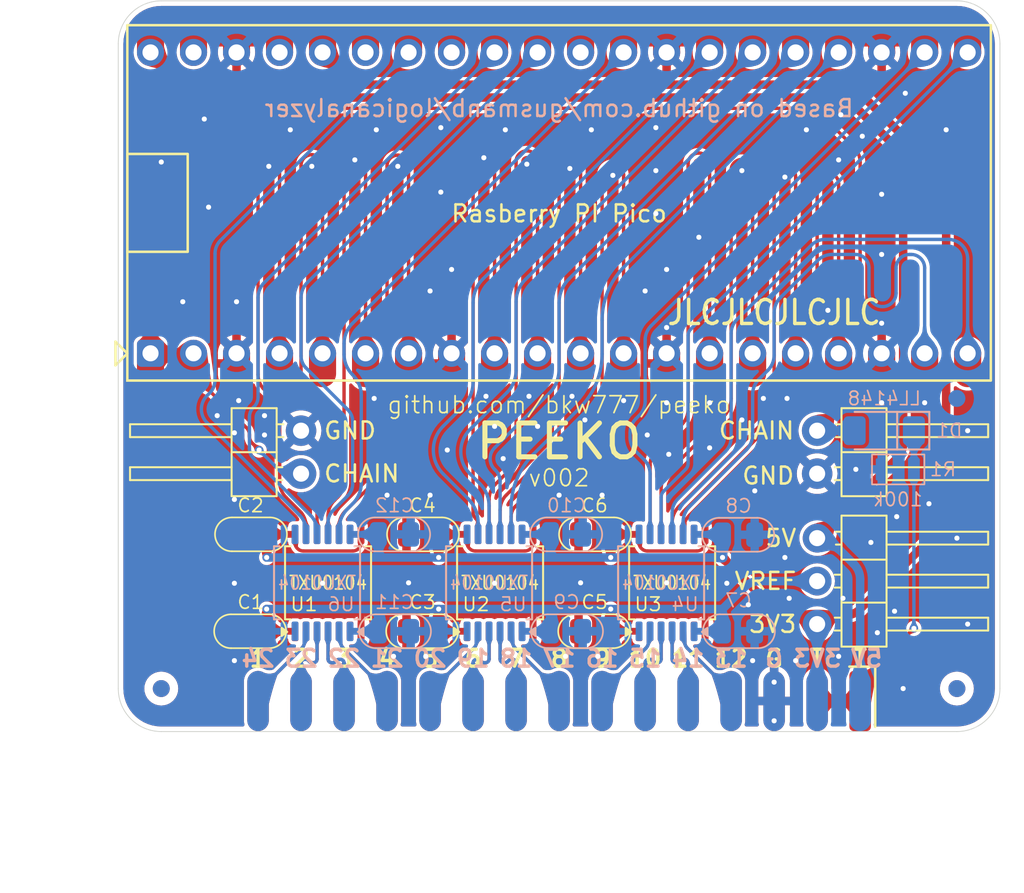
<source format=kicad_pcb>
(kicad_pcb (version 20240108) (generator "pcbnew") (generator_version "8.0")
  (title_block (title "PEEKO") (date "2024-10-05") (rev "002") (comment 1 "github.com/bkw777/peeko") (comment 2 "Based on github.com/gusmanb/logicanalyzer"))
  (layers (0 "F.Cu" signal "Top Layer") (31 "B.Cu" signal "Bottom Layer") (34 "B.Paste" user "Bottom Paste Mask Layer") (35 "F.Paste" user "Top Paste Mask Layer") (36 "B.SilkS" user "Bottom Silkscreen Layer") (37 "F.SilkS" user "Top Silkscreen Layer") (38 "B.Mask" user "Bottom Solder Mask Layer") (39 "F.Mask" user "Top Solder Mask Layer") (44 "Edge.Cuts" user "Edge.cuts"))
  (net 0 "")
  (net 1 "GND")
  (net 2 "+5V")
  (net 3 "/_CH0")
  (net 4 "+3V3")
  (net 5 "/_CH1")
  (net 6 "/_CH2")
  (net 7 "/_CH3")
  (net 8 "/_CH4")
  (net 9 "/_CH5")
  (net 10 "/_CH6")
  (net 11 "/_CH7")
  (net 12 "/_CH8")
  (net 13 "/_CH9")
  (net 14 "/_CH10")
  (net 15 "/_CH11")
  (net 16 "/_CH12")
  (net 17 "/_CH13")
  (net 18 "/_CH14")
  (net 19 "/_CH15")
  (net 20 "/_CH16")
  (net 21 "/_CH17")
  (net 22 "/_CH18")
  (net 23 "/_CH19")
  (net 24 "/_CH20")
  (net 25 "/_CH21")
  (net 26 "/_CH22")
  (net 27 "/_CH23")
  (net 28 "/TRIGGER")
  (net 29 "/CHAIN")
  (net 40 "/CH8")
  (net 41 "/CH0")
  (net 42 "/CH1")
  (net 43 "/CH6")
  (net 44 "/CH17")
  (net 45 "/CH16")
  (net 46 "/CH7")
  (net 47 "/CH4")
  (net 48 "/CH11")
  (net 49 "/CH15")
  (net 50 "/CH5")
  (net 51 "/CH3")
  (net 52 "/CH14")
  (net 53 "/CH20")
  (net 54 "/CH13")
  (net 55 "/CH10")
  (net 56 "/CH19")
  (net 57 "/CH21")
  (net 58 "/CH12")
  (net 59 "/CH22")
  (net 60 "/CH2")
  (net 61 "/CH18")
  (net 62 "/CH23")
  (net 63 "/CH9")
  (net 64 "VREF")
  (footprint "000_LOCAL:PinHeader_1x02_P2.54mm_Horizontal" (layer "F.Cu") (at 161.2545 108.1995)
    (property "Reference" "J3" (hide yes))
    (property "Value" "Conn_01x02_Pin")
  )
  (footprint "000_LOCAL:dip-40-700-pi-pico" (layer "F.Cu") (at 146.014 94.7375 90)
    (property "Reference" "J1" (hide yes))
    (property "Value" "Rasberry PI Pico")
  )
  (footprint "000_LOCAL:C_0805" (layer "F.Cu") (at 148.112502 120.052001)
    (property "Reference" "C5")
    (property "Value" "100n" (hide yes))
  )
  (footprint "AnalyzerBoxPCB_fork:Fiducial_1mm_Mask2mm" (layer "F.Cu") (at 169.5095 123.4395)
    (property "Reference" "REF**" (hide yes))
    (property "Value" "Fiducial_1mm_Mask2mm" (hide yes))
  )
  (footprint "AnalyzerBoxPCB_fork:Fiducial_1mm_Mask2mm" (layer "F.Cu") (at 122.5195 123.4395)
    (property "Reference" "REF**" (hide yes))
    (property "Value" "Fiducial_1mm_Mask2mm" (hide yes))
  )
  (footprint "000_LOCAL:C_0805" (layer "F.Cu") (at 148.112502 114.326293 180)
    (property "Reference" "C6")
    (property "Value" "100n" (hide yes))
  )
  (footprint "000_LOCAL:PinHeader_1x03_P2.54mm_Horizontal jumper 1-2" (layer "F.Cu") (at 161.2545 114.5495)
    (property "Reference" "JP1" (hide yes))
    (property "Value" "Jumper_3_Bridged12")
  )
  (footprint "000_LOCAL:IDC_02x15_2.54_THT_male_pcb_edge" (layer "F.Cu") (at 146.0145 126.333501 -90)
    (property "Reference" "J2" (hide yes))
    (property "Value" "Conn_02x15_Odd_Even" (hide yes))
  )
  (footprint "000_LOCAL:TSSOP-14_4.4x5mm_P0.65mm" (layer "F.Cu") (at 142.529501 117.189501 90)
    (property "Reference" "U2")
    (property "Value" "TXU0104")
  )
  (footprint "000_LOCAL:C_0805" (layer "F.Cu") (at 137.952501 114.326293 180)
    (property "Reference" "C4")
    (property "Value" "100n" (hide yes))
  )
  (footprint "000_LOCAL:PEEKO_housing" (layer "F.Cu") (at 146.0145 104.3895)
    (property "Reference" "N1")
    (property "Value" "PEEKO housing")
  )
  (footprint "000_LOCAL:C_0805" (layer "F.Cu") (at 127.792502 114.326294 180)
    (property "Reference" "C2")
    (property "Value" "100n" (hide yes))
  )
  (footprint "000_LOCAL:C_0805" (layer "F.Cu") (at 127.792502 120.052001)
    (property "Reference" "C1")
    (property "Value" "100n" (hide yes))
  )
  (footprint "000_LOCAL:TSSOP-14_4.4x5mm_P0.65mm" (layer "F.Cu") (at 152.689501 117.189501 90)
    (property "Reference" "U3")
    (property "Value" "TXU0104")
  )
  (footprint "000_LOCAL:C_0805" (layer "F.Cu") (at 137.952501 120.052001)
    (property "Reference" "C3")
    (property "Value" "100n" (hide yes))
  )
  (footprint "000_LOCAL:TSSOP-14_4.4x5mm_P0.65mm" (layer "F.Cu") (at 132.3695 117.189501 90)
    (property "Reference" "U1")
    (property "Value" "TXU0104")
  )
  (footprint "000_LOCAL:PinHeader_1x02_P2.54mm_Horizontal" (layer "F.Cu") (at 130.7745 110.7395 180)
    (property "Reference" "J4" (hide yes))
    (property "Value" "Conn_01x02_Pin")
  )
  (footprint "AnalyzerBoxPCB_fork:Fiducial_1mm_Mask2mm" (layer "F.Cu") (at 123.1545 106.5485)
    (property "Reference" "REF**" (hide yes))
    (property "Value" "Fiducial_1mm_Mask2mm" (hide yes))
  )
  (footprint "AnalyzerBoxPCB_fork:Fiducial_1mm_Mask2mm" (layer "B.Cu") (at 169.5095 106.2945)
    (property "Reference" "REF**" (hide yes))
    (property "Value" "Fiducial_1mm_Mask2mm" (hide yes))
  )
  (footprint "000_LOCAL:C_0805" (layer "B.Cu") (at 146.456499 114.327001)
    (property "Reference" "C10")
    (property "Value" "100n" (hide yes))
  )
  (footprint "AnalyzerBoxPCB_fork:Fiducial_1mm_Mask2mm" (layer "B.Cu") (at 169.5095 123.4395)
    (property "Reference" "REF**" (hide yes))
    (property "Value" "Fiducial_1mm_Mask2mm" (hide yes))
  )
  (footprint "000_LOCAL:R_0805" (layer "B.Cu") (at 166.0195 110.4855)
    (property "Reference" "R1")
    (property "Value" "100k")
  )
  (footprint "000_LOCAL:TSSOP-14_4.4x5mm_P0.65mm" (layer "B.Cu") (at 152.039501 117.189501 90)
    (property "Reference" "U4")
    (property "Value" "TXU0104")
  )
  (footprint "000_LOCAL:C_0805" (layer "B.Cu") (at 156.616499 114.3495)
    (property "Reference" "C8")
    (property "Value" "100n" (hide yes))
  )
  (footprint "000_LOCAL:TSSOP-14_4.4x5mm_P0.65mm" (layer "B.Cu") (at 131.719501 117.189501 90)
    (property "Reference" "U6")
    (property "Value" "TXU0104")
  )
  (footprint "000_LOCAL:C_0805" (layer "B.Cu") (at 136.296499 120.052001 180)
    (property "Reference" "C11")
    (property "Value" "100n" (hide yes))
  )
  (footprint "000_LOCAL:C_0805" (layer "B.Cu") (at 136.296499 114.327001)
    (property "Reference" "C12")
    (property "Value" "100n" (hide yes))
  )
  (footprint "000_LOCAL:C_0805" (layer "B.Cu") (at 146.456499 120.052001 180)
    (property "Reference" "C9")
    (property "Value" "100n" (hide yes))
  )
  (footprint "000_LOCAL:C_0805" (layer "B.Cu") (at 156.611998 120.052001 180)
    (property "Reference" "C7")
    (property "Value" "100n" (hide yes))
  )
  (footprint "000_LOCAL:TSSOP-14_4.4x5mm_P0.65mm" (layer "B.Cu") (at 141.879501 117.189501 90)
    (property "Reference" "U5")
    (property "Value" "TXU0104")
  )
  (footprint "000_LOCAL:D_MiniMELF" (layer "B.Cu") (at 165.2195 108.1995 180)
    (property "Reference" "D1")
    (property "Value" "LL4148")
  )
  (footprint "AnalyzerBoxPCB_fork:Fiducial_1mm_Mask2mm" (layer "B.Cu") (at 122.5195 123.4395)
    (property "Reference" "REF**" (hide yes))
    (property "Value" "Fiducial_1mm_Mask2mm" (hide yes))
  )
  (gr_arc (start 169.5095 82.7995) (mid 171.305551 83.543449) (end 172.0495 85.3395) (stroke (width 0.05)) (layer "Edge.Cuts"))
  (gr_line (start 172.0495 123.4395) (end 172.0495 85.3395) (stroke (width 0.05)) (layer "Edge.Cuts"))
  (gr_line (start 169.5095 82.7995) (end 122.5195 82.7995) (stroke (width 0.05)) (layer "Edge.Cuts"))
  (gr_line (start 119.9795 85.3395) (end 119.9795 123.4395) (stroke (width 0.05)) (layer "Edge.Cuts"))
  (gr_arc (start 172.0495 123.4395) (mid 171.305551 125.235551) (end 169.5095 125.9795) (stroke (width 0.05)) (layer "Edge.Cuts"))
  (gr_arc (start 119.9795 85.3395) (mid 120.723449 83.543449) (end 122.5195 82.7995) (stroke (width 0.05)) (layer "Edge.Cuts"))
  (gr_line (start 122.5195 125.9795) (end 169.5095 125.9795) (stroke (width 0.05)) (layer "Edge.Cuts"))
  (gr_arc (start 122.5195 125.9795) (mid 120.723449 125.235551) (end 119.9795 123.4395) (stroke (width 0.05)) (layer "Edge.Cuts"))
  (gr_text "23" (at 130.7745 121.6615 0) (layer "B.SilkS") (effects (font (size 1 1) (thickness 0.2) (bold yes)) (justify mirror)))
  (gr_text "${COMMENT2}\n" (at 146.0145 89.1495 0) (layer "B.SilkS") (effects (font (size 1 1)) (justify mirror)))
  (gr_text "3V3" (at 161.2545 121.6615 0) (layer "B.SilkS") (effects (font (size 1 1) (thickness 0.2) (bold yes)) (justify mirror)))
  (gr_text "13" (at 156.1745 121.6615 0) (layer "B.SilkS") (effects (font (size 1 1) (thickness 0.2) (bold yes)) (justify mirror)))
  (gr_text "20" (at 138.3945 121.6615 0) (layer "B.SilkS") (effects (font (size 1 1) (thickness 0.2) (bold yes)) (justify mirror)))
  (gr_text "19" (at 140.9345 121.6615 0) (layer "B.SilkS") (effects (font (size 1 1) (thickness 0.2) (bold yes)) (justify mirror)))
  (gr_text "5V" (at 164.1755 121.6615 0) (layer "B.SilkS") (effects (font (size 1 1) (thickness 0.2) (bold yes)) (justify mirror)))
  (gr_text "22" (at 133.3145 121.6615 0) (layer "B.SilkS") (effects (font (size 1 1) (thickness 0.2) (bold yes)) (justify mirror)))
  (gr_text "24" (at 128.2345 121.6615 0) (layer "B.SilkS") (effects (font (size 1 1) (thickness 0.2) (bold yes)) (justify mirror)))
  (gr_text "15" (at 151.0945 121.6615 0) (layer "B.SilkS") (effects (font (size 1 1) (thickness 0.2) (bold yes)) (justify mirror)))
  (gr_text "16" (at 148.5545 121.6615 0) (layer "B.SilkS") (effects (font (size 1 1) (thickness 0.2) (bold yes)) (justify mirror)))
  (gr_text "17" (at 146.0145 121.6615 0) (layer "B.SilkS") (effects (font (size 1 1) (thickness 0.2) (bold yes)) (justify mirror)))
  (gr_text "18" (at 143.4745 121.6615 0) (layer "B.SilkS") (effects (font (size 1 1) (thickness 0.2) (bold yes)) (justify mirror)))
  (gr_text "21" (at 135.8545 121.6615 0) (layer "B.SilkS") (effects (font (size 1 1) (thickness 0.2) (bold yes)) (justify mirror)))
  (gr_text "G" (at 158.7145 121.6615 0) (layer "B.SilkS") (effects (font (size 1 1) (thickness 0.2) (bold yes)) (justify mirror)))
  (gr_text "14" (at 153.6345 121.6615 0) (layer "B.SilkS") (effects (font (size 1 1) (thickness 0.2) (bold yes)) (justify mirror)))
  (gr_text "${TITLE}" (at 146.0145 108.8345 0) (layer "F.SilkS") (effects (font (size 2 2) (thickness 0.3) (bold yes))))
  (gr_text "v${REVISION}" (at 146.0145 110.9935 0) (layer "F.SilkS") (effects (font (size 1 1) (thickness 0.1))))
  (gr_text "G" (at 158.7145 121.6615 0) (layer "F.SilkS") (effects (font (size 1 1) (thickness 0.2) (bold yes))))
  (gr_text "${COMMENT1}" (at 146.0145 106.6755 0) (layer "F.SilkS") (effects (font (size 1 1) (thickness 0.1))))
  (gr_text "CHAIN" (at 132.0445 110.7395 0) (layer "F.SilkS") (effects (font (size 1 1)) (justify left)))
  (gr_text "GND" (at 132.0445 108.1995 0) (layer "F.SilkS") (effects (font (size 1 1)) (justify left)))
  (gr_text "5V" (at 160.1115 114.5495 0) (layer "F.SilkS") (effects (font (size 1 1)) (justify right)))
  (gr_text "3" (at 133.3145 121.6615 0) (layer "F.SilkS") (effects (font (size 1 1) (thickness 0.2) (bold yes))))
  (gr_text "3V3" (at 160.1115 119.6295 0) (layer "F.SilkS") (effects (font (size 1 1)) (justify right)))
  (gr_text "T" (at 163.7945 121.6615 0) (layer "F.SilkS") (effects (font (size 1 1) (thickness 0.2) (bold yes))))
  (gr_text "8" (at 146.0145 121.6615 0) (layer "F.SilkS") (effects (font (size 1 1) (thickness 0.2) (bold yes))))
  (gr_text "5" (at 138.3945 121.6615 0) (layer "F.SilkS") (effects (font (size 1 1) (thickness 0.2) (bold yes))))
  (gr_text "11" (at 153.6345 121.6615 0) (layer "F.SilkS") (effects (font (size 1 1) (thickness 0.2) (bold yes))))
  (gr_text "4" (at 135.8545 121.6615 0) (layer "F.SilkS") (effects (font (size 1 1) (thickness 0.2) (bold yes))))
  (gr_text "T" (at 161.2545 121.6615 0) (layer "F.SilkS") (effects (font (size 1 1) (thickness 0.2) (bold yes))))
  (gr_text "CHAIN" (at 159.9845 108.1995 0) (layer "F.SilkS") (effects (font (size 1 1)) (justify right)))
  (gr_text "10" (at 151.0945 121.6615 0) (layer "F.SilkS") (effects (font (size 1 1) (thickness 0.2) (bold yes))))
  (gr_text "VREF" (at 160.1115 117.0895 0) (layer "F.SilkS") (effects (font (size 1 1)) (justify right)))
  (gr_text "GND" (at 159.9845 110.8665 0) (layer "F.SilkS") (effects (font (size 1 1)) (justify right)))
  (gr_text "12" (at 156.1745 121.6615 0) (layer "F.SilkS") (effects (font (size 1 1) (thickness 0.2) (bold yes))))
  (gr_text "1" (at 128.2345 121.6615 0) (layer "F.SilkS") (effects (font (size 1 1) (thickness 0.2) (bold yes))))
  (gr_text "7" (at 143.4745 121.6615 0) (layer "F.SilkS") (effects (font (size 1 1) (thickness 0.2) (bold yes))))
  (gr_text "2" (at 130.7745 121.6615 0) (layer "F.SilkS") (effects (font (size 1 1) (thickness 0.2) (bold yes))))
  (gr_text "6" (at 140.9345 121.6615 0) (layer "F.SilkS") (effects (font (size 1 1) (thickness 0.2) (bold yes))))
  (gr_text "9" (at 148.5545 121.6615 0) (layer "F.SilkS") (effects (font (size 1 1) (thickness 0.2) (bold yes))))
  (gr_text "JLCJLCJLCJLC" (at 158.7145 101.2145 0) (layer "F.SilkS") (effects (font (size 1.4225 1.219) (thickness 0.203))))
  (via (at 146.0145 112.0095) (size 0.5) (drill 0.3) (layers "F.Cu" "B.Cu") (net 1))
  (via (at 126.8375 108.3265) (size 0.5) (drill 0.3) (layers "F.Cu" "B.Cu") (net 1))
  (via (at 138.3945 112.0095) (size 0.5) (drill 0.3) (layers "F.Cu" "B.Cu") (net 1))
  (via (at 159.3495 93.2135) (size 0.5) (drill 0.3) (layers "F.Cu" "B.Cu") (net 1))
  (via (at 136.4895 92.5785) (size 0.5) (drill 0.3) (layers "F.Cu" "B.Cu") (net 1))
  (via (at 157.1905 118.4865) (size 0.5) (drill 0.3) (layers "F.Cu" "B.Cu") (net 1))
  (via (at 128.8695 92.5785) (size 0.5) (drill 0.3) (layers "F.Cu" "B.Cu") (net 1))
  (via (at 156.8095 92.8325) (size 0.5) (drill 0.3) (layers "F.Cu" "B.Cu") (net 1))
  (via (at 162.7785 118.1055) (size 0.5) (drill 0.3) (layers "F.Cu" "B.Cu") (net 1))
  (via (at 142.7125 109.8505) (size 0.5) (drill 0.3) (layers "F.Cu" "B.Cu") (net 1))
  (via (at 159.3495 115.6925) (size 0.5) (drill 0.3) (layers "F.Cu" "B.Cu") (net 1))
  (via (at 157.4445 121.7885) (size 0.5) (drill 0.3) (layers "F.Cu" "B.Cu") (net 1))
  (via (at 144.1095 92.4515) (size 0.5) (drill 0.3) (layers "F.Cu" "B.Cu") (net 1))
  (via (at 146.7765 106.1675) (size 0.5) (drill 0.3) (layers "F.Cu" "B.Cu") (net 1))
  (via (at 144.7445 107.9455) (size 0.5) (drill 0.3) (layers "F.Cu" "B.Cu") (net 1))
  (via (at 160.6195 90.4195) (size 0.5) (drill 0.3) (layers "F.Cu" "B.Cu") (net 1))
  (via (at 137.1245 117.189501) (size 0.5) (drill 0.3) (layers "F.Cu" "B.Cu") (net 1))
  (via (at 165.8265 118.8675) (size 0.5) (drill 0.3) (layers "F.Cu" "B.Cu") (net 1))
  (via (at 166.3345 123.4395) (size 0.5) (drill 0.3) (layers "F.Cu" "B.Cu") (net 1))
  (via (at 147.2845 117.189501) (size 0.5) (drill 0.3) (layers "F.Cu" "B.Cu") (net 1))
  (via (at 126.9645 100.5795) (size 0.5) (drill 0.3) (layers "F.Cu" "B.Cu") (net 1))
  (via (at 158.0795 106.2945) (size 0.5) (drill 0.3) (layers "F.Cu" "B.Cu") (net 1))
  (via (at 128.6155 108.4535) (size 0.5) (drill 0.3) (layers "F.Cu" "B.Cu") (net 1))
  (via (at 126.8375 121.7885) (size 0.5) (drill 0.3) (layers "F.Cu" "B.Cu") (net 1))
  (via (at 159.4765 106.2945) (size 0.5) (drill 0.3) (layers "F.Cu" "B.Cu") (net 1))
  (via (at 163.9215 90.8005) (size 0.5) (drill 0.3) (layers "F.Cu" "B.Cu") (net 1))
  (via (at 146.3955 121.5345) (size 0.5) (drill 0.3) (layers "F.Cu" "B.Cu") (net 1))
  (via (at 154.9045 106.5485) (size 0.5) (drill 0.3) (layers "F.Cu" "B.Cu") (net 1))
  (via (at 159.9845 121.7885) (size 0.5) (drill 0.3) (layers "F.Cu" "B.Cu") (net 1))
  (via (at 139.6645 98.6745) (size 0.5) (drill 0.3) (layers "F.Cu" "B.Cu") (net 1))
  (via (at 152.3645 102.1035) (size 0.5) (drill 0.3) (layers "F.Cu" "B.Cu") (net 1))
  (via (at 126.8375 117.2165) (size 0.5) (drill 0.3) (layers "F.Cu" "B.Cu") (net 1))
  (via (at 128.6155 107.3105) (size 0.5) (drill 0.3) (layers "F.Cu" "B.Cu") (net 1))
  (via (at 157.5715 111.7555) (size 0.5) (drill 0.3) (layers "F.Cu" "B.Cu") (net 1))
  (via (at 164.4295 114.8035) (size 0.5) (drill 0.3) (layers "F.Cu" "B.Cu") (net 1))
  (via (at 149.8245 106.4215) (size 0.5) (drill 0.3) (layers "F.Cu" "B.Cu") (net 1))
  (via (at 135.0925 106.2945) (size 0.5) (drill 0.3) (layers "F.Cu" "B.Cu") (net 1))
  (via (at 158.7145 125.3445) (size 0.5) (drill 0.3) (layers "F.Cu" "B.Cu") (net 1))
  (via (at 126.8375 112.2635) (size 0.5) (drill 0.3) (layers "F.Cu" "B.Cu") (net 1))
  (via (at 162.6515 89.5305) (size 0.5) (drill 0.3) (layers "F.Cu" "B.Cu") (net 1))
  (via (at 139.4105 109.3425) (size 0.5) (drill 0.3) (layers "F.Cu" "B.Cu") (net 1))
  (via (at 146.6495 92.7055) (size 0.5) (drill 0.3) (layers "F.Cu" "B.Cu") (net 1))
  (via (at 138.3945 99.9445) (size 0.5) (drill 0.3) (layers "F.Cu" "B.Cu") (net 1))
  (via (at 162.5245 92.1975) (size 0.5) (drill 0.3) (layers "F.Cu" "B.Cu") (net 1))
  (via (at 170.1445 108.1995) (size 0.5) (drill 0.3) (layers "F.Cu" "B.Cu") (net 1))
  (via (at 139.0295 90.2925) (size 0.5) (drill 0.3) (layers "F.Cu" "B.Cu") (net 1))
  (via (at 135.2195 90.4195) (size 0.5) (drill 0.3) (layers "F.Cu" "B.Cu") (net 1))
  (via (at 164.8105 120.1375) (size 0.5) (drill 0.3) (layers "F.Cu" "B.Cu") (net 1))
  (via (at 168.8745 90.4195) (size 0.5) (drill 0.3) (layers "F.Cu" "B.Cu") (net 1))
  (via (at 151.7295 95.3725) (size 0.5) (drill 0.3) (layers "F.Cu" "B.Cu") (net 1))
  (via (at 131.4095 92.5785) (size 0.5) (drill 0.3) (layers "F.Cu" "B.Cu") (net 1))
  (via (at 151.0945 99.9445) (size 0.5) (drill 0.3) (layers "F.Cu" "B.Cu") (net 1))
  (via (at 165.9535 113.2795) (size 0.5) (drill 0.3) (layers "F.Cu" "B.Cu") (net 1))
  (via (at 130.1395 90.4195) (size 0.5) (drill 0.3) (layers "F.Cu" "B.Cu") (net 1))
  (via (at 167.6045 106.5485) (size 0.5) (drill 0.3) (layers "F.Cu" "B.Cu") (net 1))
  (via (at 135.8545 112.0095) (size 0.5) (drill 0.3) (layers "F.Cu" "B.Cu") (net 1))
  (via (at 151.2215 108.4535) (size 0.5) (drill 0.3) (layers "F.Cu" "B.Cu") (net 1))
  (via (at 152.3645 106.5485) (size 0.5) (drill 0.3) (layers "F.Cu" "B.Cu") (net 1))
  (via (at 141.6965 106.1675) (size 0.5) (drill 0.3) (layers "F.Cu" "B.Cu") (net 1))
  (via (at 142.2045 107.9455) (size 0.5) (drill 0.3) (layers "F.Cu" "B.Cu") (net 1))
  (via (at 142.8395 90.4195) (size 0.5) (drill 0.3) (layers "F.Cu" "B.Cu") (net 1))
  (via (at 151.7295 90.2925) (size 0.5) (drill 0.3) (layers "F.Cu" "B.Cu") (net 1))
  (via (at 161.8895 101.0875) (size 0.5) (drill 0.3) (layers "F.Cu" "B.Cu") (net 1))
  (via (at 132.0445 117.2165) (size 0.5) (drill 0.3) (layers "F.Cu" "B.Cu") (net 1))
  (via (at 151.7295 92.8325) (size 0.5) (drill 0.3) (layers "F.Cu" "B.Cu") (net 1))
  (via (at 166.4615 88.2605) (size 0.5) (drill 0.3) (layers "F.Cu" "B.Cu") (net 1))
  (via (at 152.4915 109.5965) (size 0.5) (drill 0.3) (layers "F.Cu" "B.Cu") (net 1))
  (via (at 167.8585 112.5175) (size 0.5) (drill 0.3) (layers "F.Cu" "B.Cu") (net 1))
  (via (at 163.5405 110.4855) (size 0.5) (drill 0.3) (layers "F.Cu" "B.Cu") (net 1))
  (via (at 154.9045 109.2155) (size 0.5) (drill 0.3) (layers "F.Cu" "B.Cu") (net 1))
  (via (at 165.0645 94.2295) (size 0.5) (drill 0.3) (layers "F.Cu" "B.Cu") (net 1))
  (via (at 122.5195 92.3245) (size 0.5) (drill 0.3) (layers "F.Cu" "B.Cu") (net 1))
  (via (at 152.3645 98.6745) (size 0.5) (drill 0.3) (layers "F.Cu" "B.Cu") (net 1))
  (via (at 165.0645 106.5485) (size 0.5) (drill 0.3) (layers "F.Cu" "B.Cu") (net 1))
  (via (at 125.3135 94.9915) (size 0.5) (drill 0.3) (layers "F.Cu" "B.Cu") (net 1))
  (via (at 133.9495 92.1975) (size 0.5) (drill 0.3) (layers "F.Cu" "B.Cu") (net 1))
  (via (at 147.9195 90.4195) (size 0.5) (drill 0.3) (layers "F.Cu" "B.Cu") (net 1))
  (via (at 136.2355 121.5345) (size 0.5) (drill 0.3) (layers "F.Cu" "B.Cu") (net 1))
  (via (at 154.2695 96.7695) (size 0.5) (drill 0.3) (layers "F.Cu" "B.Cu") (net 1))
  (via (at 158.7145 123.0585) (size 0.5) (drill 0.3) (layers "F.Cu" "B.Cu") (net 1))
  (via (at 169.5095 114.5495) (size 0.5) (drill 0.3) (layers "F.Cu" "B.Cu") (net 1))
  (via (at 138.1405 121.5345) (size 0.5) (drill 0.3) (layers "F.Cu" "B.Cu") (net 1))
  (via (at 125.8215 107.3105) (size 0.5) (drill 0.3) (layers "F.Cu" "B.Cu") (net 1))
  (via (at 165.0645 101.8495) (size 0.5) (drill 0.3) (layers "F.Cu" "B.Cu") (net 1))
  (via (at 147.5385 107.5645) (size 0.5) (drill 0.3) (layers "F.Cu" "B.Cu") (net 1))
  (via (at 123.7895 100.5795) (size 0.5) (drill 0.3) (layers "F.Cu" "B.Cu") (net 1))
  (via (at 152.364501 117.189501) (size 0.5) (drill 0.3) (layers "F.Cu" "B.Cu") (net 1))
  (via (at 162.5245 121.5345) (size 0.5) (drill 0.3) (layers "F.Cu" "B.Cu") (net 1))
  (via (at 148.3005 121.5345) (size 0.5) (drill 0.3) (layers "F.Cu" "B.Cu") (net 1))
  (via (at 127.0915 106.4215) (size 0.5) (drill 0.3) (layers "F.Cu" "B.Cu") (net 1))
  (via (at 159.6035 118.1055) (size 0.5) (drill 0.3) (layers "F.Cu" "B.Cu") (net 1))
  (via (at 155.9205 117.2165) (size 0.5) (drill 0.3) (layers "F.Cu" "B.Cu") (net 1))
  (via (at 149.1895 93.1119) (size 0.5) (drill 0.3) (layers "F.Cu" "B.Cu") (net 1))
  (via (at 148.5545 112.0095) (size 0.5) (drill 0.3) (layers "F.Cu" "B.Cu") (net 1))
  (via (at 156.8095 107.5645) (size 0.5) (drill 0.3) (layers "F.Cu" "B.Cu") (net 1))
  (via (at 141.5695 92.0705) (size 0.5) (drill 0.3) (layers "F.Cu" "B.Cu") (net 1))
  (via (at 165.0645 97.7855) (size 0.5) (drill 0.3) (layers "F.Cu" "B.Cu") (net 1))
  (via (at 170.1445 119.6295) (size 0.5) (drill 0.3) (layers "F.Cu" "B.Cu") (net 1))
  (via (at 139.0295 94.1025) (size 0.5) (drill 0.3) (layers "F.Cu" "B.Cu") (net 1))
  (via (at 144.2365 106.1675) (size 0.5) (drill 0.3) (layers "F.Cu" "B.Cu") (net 1))
  (via (at 142.2045 117.2165) (size 0.5) (drill 0.3) (layers "F.Cu" "B.Cu") (net 1))
  (via (at 125.0595 89.7845) (size 0.5) (drill 0.3) (layers "F.Cu" "B.Cu") (net 1))
  (segment (start 162.442949 88.5145) (end 125.077051 88.5145) (width 0.5) (layer "F.Cu") (net 2))
  (segment (start 124.179025 88.142525) (end 121.884 85.8475) (width 0.5) (layer "F.Cu") (net 2))
  (segment (start 165.962526 91.508026) (end 163.340975 88.886475) (width 0.5) (layer "F.Cu") (net 2))
  (segment (start 166.3345 108.943449) (end 166.3345 92.406051) (width 0.5) (layer "F.Cu") (net 2))
  (segment (start 161.2545 114.5495) (end 165.962526 109.841474) (width 0.5) (layer "F.Cu") (net 2))
  (arc (start 166.3345 92.406051) (mid 166.237827 91.920043) (end 165.962526 91.508026) (width 0.5) (layer "F.Cu") (net 2))
  (arc (start 125.077051 88.5145) (mid 124.591043 88.417827) (end 124.179025 88.142525) (width 0.5) (layer "F.Cu") (net 2))
  (arc (start 163.340975 88.886475) (mid 162.928957 88.611173) (end 162.442949 88.5145) (width 0.5) (layer "F.Cu") (net 2))
  (arc (start 165.962526 109.841474) (mid 166.237827 109.429457) (end 166.3345 108.943449) (width 0.5) (layer "F.Cu") (net 2))
  (segment (start 163.7945 124.174501) (end 163.7945 116.980551) (width 0.5) (layer "B.Cu") (net 2))
  (segment (start 161.8895 114.5495) (end 161.2545 114.5495) (width 0.5) (layer "B.Cu") (net 2))
  (segment (start 163.422525 116.082525) (end 161.8895 114.5495) (width 0.5) (layer "B.Cu") (net 2))
  (arc (start 163.422525 116.082525) (mid 163.697827 116.494543) (end 163.7945 116.980551) (width 0.5) (layer "B.Cu") (net 2))
  (segment (start 128.2345 104.879449) (end 128.2345 92.4995) (width 0.2) (layer "F.Cu") (net 3))
  (segment (start 130.766802 113.020397) (end 129.8855 112.139095) (width 0.2) (layer "F.Cu") (net 3))
  (segment (start 129.8855 112.139095) (end 129.8855 112.1365) (width 0.2) (layer "F.Cu") (net 3))
  (segment (start 129.5045 103.627) (end 129.504 103.6275) (width 0.2) (layer "F.Cu") (net 3))
  (segment (start 129.141551 106.312551) (end 129.141551 106.310004) (width 0.2) (layer "F.Cu") (net 3))
  (segment (start 129.5045 92.4995) (end 129.5045 103.627) (width 0.2) (layer "F.Cu") (net 3))
  (segment (start 129.141551 106.310004) (end 128.537171 105.705624) (width 0.2) (layer "F.Cu") (net 3))
  (segment (start 131.0695 114.327001) (end 131.0695 113.846551) (width 0.2) (layer "F.Cu") (net 3))
  (segment (start 129.513526 111.238475) (end 129.513526 107.210577) (width 0.2) (layer "F.Cu") (net 3))
  (arc (start 129.8855 112.1365) (mid 129.610199 111.724483) (end 129.513526 111.238475) (width 0.2) (layer "F.Cu") (net 3))
  (arc (start 129.513526 107.210577) (mid 129.416853 106.724569) (end 129.141551 106.312551) (width 0.2) (layer "F.Cu") (net 3))
  (arc (start 128.2345 92.4995) (mid 128.420487 92.050487) (end 128.8695 91.8645) (width 0.2) (layer "F.Cu") (net 3))
  (arc (start 128.537171 105.705624) (mid 128.313012 105.319008) (end 128.2345 104.879449) (width 0.2) (layer "F.Cu") (net 3))
  (arc (start 128.8695 91.8645) (mid 129.318513 92.050487) (end 129.5045 92.4995) (width 0.2) (layer "F.Cu") (net 3))
  (arc (start 131.0695 113.846551) (mid 130.990988 113.406991) (end 130.766802 113.020397) (width 0.2) (layer "F.Cu") (net 3))
  (segment (start 128.7425 115.6925) (end 128.7425 114.326294) (width 0.5) (layer "F.Cu") (net 4))
  (segment (start 141.079501 115.3115) (end 143.979501 115.3115) (width 0.2) (layer "F.Cu") (net 4))
  (segment (start 161.7625 119.1215) (end 162.887449 119.1215) (width 0.5) (layer "F.Cu") (net 4))
  (segment (start 150.739501 114.327001) (end 150.739501 114.8115) (width 0.2) (layer "F.Cu") (net 4))
  (segment (start 130.419501 114.327) (end 130.419501 114.8115) (width 0.2) (layer "F.Cu") (net 4))
  (segment (start 154.639501 114.8115) (end 154.639501 114.327001) (width 0.2) (layer "F.Cu") (net 4))
  (segment (start 161.2545 119.6295) (end 160.7465 119.1215) (width 0.5) (layer "F.Cu") (net 4))
  (segment (start 168.502525 92.968525) (end 163.658474 88.124474) (width 0.5) (layer "F.Cu") (net 4))
  (segment (start 128.7425 114.326294) (end 128.743207 114.327001) (width 0.4) (layer "F.Cu") (net 4))
  (segment (start 162.760449 87.7525) (end 134.475051 87.7525) (width 0.5) (layer "F.Cu") (net 4))
  (segment (start 140.579501 114.327) (end 140.579501 114.8115) (width 0.2) (layer "F.Cu") (net 4))
  (segment (start 149.063207 114.327001) (end 149.0625 114.326294) (width 0.4) (layer "F.Cu") (net 4))
  (segment (start 163.785475 118.749525) (end 168.502526 114.032474) (width 0.5) (layer "F.Cu") (net 4))
  (segment (start 130.919501 115.3115) (end 133.819501 115.3115) (width 0.2) (layer "F.Cu") (net 4))
  (segment (start 149.0625 115.6925) (end 149.0625 114.326294) (width 0.5) (layer "F.Cu") (net 4))
  (segment (start 161.2545 119.6295) (end 161.7625 119.1215) (width 0.5) (layer "F.Cu") (net 4))
  (segment (start 168.8745 113.134449) (end 168.8745 93.866551) (width 0.5) (layer "F.Cu") (net 4))
  (segment (start 150.7395 114.327001) (end 150.739501 114.327001) (width 0.2) (layer "F.Cu") (net 4))
  (segment (start 160.7465 119.1215) (end 159.621551 119.1215) (width 0.5) (layer "F.Cu") (net 4))
  (segment (start 138.9025 115.6925) (end 138.9025 114.326294) (width 0.5) (layer "F.Cu") (net 4))
  (segment (start 158.723525 118.749525) (end 155.6665 115.6925) (width 0.5) (layer "F.Cu") (net 4))
  (segment (start 150.7395 114.327001) (end 149.063207 114.327001) (width 0.4) (layer "F.Cu") (net 4))
  (segment (start 134.319501 114.8115) (end 134.319501 114.327001) (width 0.2) (layer "F.Cu") (net 4))
  (segment (start 140.578794 114.326293) (end 140.579501 114.327) (width 0.4) (layer "F.Cu") (net 4))
  (segment (start 128.743207 114.327001) (end 130.419501 114.327) (width 0.4) (layer "F.Cu") (net 4))
  (segment (start 138.9025 114.326294) (end 140.578794 114.326293) (width 0.4) (layer "F.Cu") (net 4))
  (segment (start 144.479501 114.8115) (end 144.479501 114.327001) (width 0.2) (layer "F.Cu") (net 4))
  (segment (start 151.239501 115.3115) (end 154.139501 115.3115) (width 0.2) (layer "F.Cu") (net 4))
  (segment (start 133.577025 87.380525) (end 132.044 85.8475) (width 0.5) (layer "F.Cu") (net 4))
  (via (at 128.7425 115.6925) (size 0.5) (drill 0.3) (layers "F.Cu" "B.Cu") (net 4))
  (via (at 138.9025 115.6925) (size 0.5) (drill 0.3) (layers "F.Cu" "B.Cu") (net 4))
  (via (at 155.6665 115.6925) (size 0.6) (drill 0.3) (layers "F.Cu" "B.Cu") (net 4))
  (via (at 149.0625 115.6925) (size 0.5) (drill 0.3) (layers "F.Cu" "B.Cu") (net 4))
  (arc (start 144.479501 114.8115) (mid 144.333054 115.165053) (end 143.979501 115.3115) (width 0.2) (layer "F.Cu") (net 4))
  (arc (start 163.658474 88.124474) (mid 163.246457 87.849173) (end 162.760449 87.7525) (width 0.5) (layer "F.Cu") (net 4))
  (arc (start 151.239501 115.3115) (mid 150.885948 115.165053) (end 150.739501 114.8115) (width 0.2) (layer "F.Cu") (net 4))
  (arc (start 154.139501 115.3115) (mid 154.493054 115.165053) (end 154.639501 114.8115) (width 0.2) (layer "F.Cu") (net 4))
  (arc (start 163.785475 118.749525) (mid 163.373457 119.024827) (end 162.887449 119.1215) (width 0.5) (layer "F.Cu") (net 4))
  (arc (start 133.819501 115.3115) (mid 134.173054 115.165053) (end 134.319501 114.8115) (width 0.2) (layer "F.Cu") (net 4))
  (arc (start 158.723525 118.749525) (mid 159.135543 119.024827) (end 159.621551 119.1215) (width 0.5) (layer "F.Cu") (net 4))
  (arc (start 168.8745 93.866551) (mid 168.777827 93.380543) (end 168.502525 92.968525) (width 0.5) (layer "F.Cu") (net 4))
  (arc (start 130.919501 115.3115) (mid 130.565948 115.165053) (end 130.419501 114.8115) (width 0.2) (layer "F.Cu") (net 4))
  (arc (start 134.475051 87.7525) (mid 133.989043 87.655827) (end 133.577025 87.380525) (width 0.5) (layer "F.Cu") (net 4))
  (arc (start 141.079501 115.3115) (mid 140.725948 115.165053) (end 140.579501 114.8115) (width 0.2) (layer "F.Cu") (net 4))
  (arc (start 168.502526 114.032474) (mid 168.777827 113.620457) (end 168.8745 113.134449) (width 0.5) (layer "F.Cu") (net 4))
  (segment (start 129.7585 115.6925) (end 128.7425 115.6925) (width 0.5) (layer "B.Cu") (net 4))
  (segment (start 149.0625 115.6925) (end 150.0785 115.6925) (width 0.5) (layer "B.Cu") (net 4))
  (segment (start 145.760499 115.692499) (end 145.506499 115.438499) (width 0.5) (layer "B.Cu") (net 4))
  (segment (start 155.6665 115.6925) (end 155.6665 114.3495) (width 0.5) (layer "B.Cu") (net 4))
  (segment (start 155.285501 115.692499) (end 155.6665 115.3115) (width 0.5) (layer "B.Cu") (net 4))
  (segment (start 139.929501 114.327001) (end 139.929501 115.681499) (width 0.2) (layer "B.Cu") (net 4))
  (segment (start 150.089501 115.681499) (end 150.0785 115.6925) (width 0.2) (layer "B.Cu") (net 4))
  (segment (start 143.829501 114.327) (end 145.506499 114.327) (width 0.4) (layer "B.Cu") (net 4))
  (segment (start 155.6665 114.3495) (end 155.644001 114.327001) (width 0.4) (layer "B.Cu") (net 4))
  (segment (start 150.089501 114.327001) (end 150.089501 115.681499) (width 0.2) (layer "B.Cu") (net 4))
  (segment (start 145.506499 115.438499) (end 145.506499 114.327) (width 0.5) (layer "B.Cu") (net 4))
  (segment (start 161.2545 124.174501) (end 161.2545 119.6295) (width 0.5) (layer "B.Cu") (net 4))
  (segment (start 135.6005 115.6925) (end 135.3465 115.4385) (width 0.5) (layer "B.Cu") (net 4))
  (segment (start 129.769501 115.681499) (end 129.7585 115.6925) (width 0.2) (layer "B.Cu") (net 4))
  (segment (start 139.929501 115.681499) (end 139.9185 115.6925) (width 0.2) (layer "B.Cu") (net 4))
  (segment (start 145.252499 115.692499) (end 145.506499 115.438499) (width 0.5) (layer "B.Cu") (net 4))
  (segment (start 129.769501 114.327001) (end 129.769501 115.681499) (width 0.2) (layer "B.Cu") (net 4))
  (segment (start 139.9185 115.6925) (end 138.9025 115.6925) (width 0.5) (layer "B.Cu") (net 4))
  (segment (start 135.3465 115.4385) (end 135.3465 114.327001) (width 0.5) (layer "B.Cu") (net 4))
  (segment (start 149.0625 115.6925) (end 139.9185 115.6925) (width 0.5) (layer "B.Cu") (net 4))
  (segment (start 150.0785 115.6925) (end 155.6665 115.6925) (width 0.5) (layer "B.Cu") (net 4))
  (segment (start 155.644001 114.327001) (end 153.9895 114.327001) (width 0.4) (layer "B.Cu") (net 4))
  (segment (start 135.0925 115.6925) (end 135.3465 115.4385) (width 0.5) (layer "B.Cu") (net 4))
  (segment (start 133.669501 114.327) (end 135.3465 114.327) (width 0.4) (layer "B.Cu") (net 4))
  (segment (start 145.506499 114.327) (end 145.5065 114.327001) (width 0.4) (layer "B.Cu") (net 4))
  (segment (start 138.9025 115.6925) (end 129.7585 115.6925) (width 0.5) (layer "B.Cu") (net 4))
  (segment (start 132.0445 92.5277) (end 132.044 92.5282) (width 0.2) (layer "F.Cu") (net 5))
  (segment (start 132.6795 110.975449) (end 132.6795 107.837551) (width 0.2) (layer "F.Cu") (net 5))
  (segment (start 132.307525 106.939525) (end 131.145974 105.777974) (width 0.2) (layer "F.Cu") (net 5))
  (segment (start 132.044 92.5282) (end 132.044 103.6275) (width 0.2) (layer "F.Cu") (net 5))
  (segment (start 131.7195 114.327001) (end 131.7195 112.987551) (width 0.2) (layer "F.Cu") (net 5))
  (segment (start 130.774 104.879949) (end 130.774 92.5282) (width 0.2) (layer "F.Cu") (net 5))
  (segment (start 132.091475 112.089525) (end 132.307526 111.873474) (width 0.2) (layer "F.Cu") (net 5))
  (segment (start 130.774 92.5282) (end 130.7745 92.5277) (width 0.2) (layer "F.Cu") (net 5))
  (arc (start 131.7195 112.987551) (mid 131.816173 112.501543) (end 132.091475 112.089525) (width 0.2) (layer "F.Cu") (net 5))
  (arc (start 131.4095 91.8927) (mid 131.858513 92.078687) (end 132.0445 92.5277) (width 0.2) (layer "F.Cu") (net 5))
  (arc (start 132.307525 106.939525) (mid 132.582827 107.351543) (end 132.6795 107.837551) (width 0.2) (layer "F.Cu") (net 5))
  (arc (start 130.7745 92.5277) (mid 130.960487 92.078687) (end 131.4095 91.8927) (width 0.2) (layer "F.Cu") (net 5))
  (arc (start 131.145974 105.777974) (mid 130.870673 105.365957) (end 130.774 104.879949) (width 0.2) (layer "F.Cu") (net 5))
  (arc (start 132.307526 111.873474) (mid 132.582827 111.461457) (end 132.6795 110.975449) (width 0.2) (layer "F.Cu") (net 5))
  (segment (start 133.3145 92.1595) (end 133.314 92.16) (width 0.2) (layer "F.Cu") (net 6))
  (segment (start 134.584 103.6275) (end 134.584 92.16) (width 0.2) (layer "F.Cu") (net 6))
  (segment (start 133.314 92.16) (end 133.314 111.229949) (width 0.2) (layer "F.Cu") (net 6))
  (segment (start 132.3695 113.226551) (end 132.3695 114.327001) (width 0.2) (layer "F.Cu") (net 6))
  (segment (start 132.942025 112.127975) (end 132.741474 112.328526) (width 0.2) (layer "F.Cu") (net 6))
  (segment (start 134.584 92.16) (end 134.5845 92.1595) (width 0.2) (layer "F.Cu") (net 6))
  (arc (start 132.741474 112.328526) (mid 132.466173 112.740543) (end 132.3695 113.226551) (width 0.2) (layer "F.Cu") (net 6))
  (arc (start 133.314 111.229949) (mid 133.217327 111.715957) (end 132.942025 112.127975) (width 0.2) (layer "F.Cu") (net 6))
  (arc (start 134.5845 92.1595) (mid 134.398513 91.710487) (end 133.9495 91.5245) (width 0.2) (layer "F.Cu") (net 6))
  (arc (start 133.9495 91.5245) (mid 133.500487 91.710487) (end 133.3145 92.1595) (width 0.2) (layer "F.Cu") (net 6))
  (segment (start 135.482525 110.857475) (end 133.391474 112.948526) (width 0.2) (layer "F.Cu") (net 7))
  (segment (start 137.1245 103.627) (end 137.124 103.6275) (width 0.2) (layer "F.Cu") (net 7))
  (segment (start 137.124 103.6275) (end 137.124 92.5536) (width 0.2) (layer "F.Cu") (net 7))
  (segment (start 135.8545 92.5531) (end 135.8545 109.959449) (width 0.2) (layer "F.Cu") (net 7))
  (segment (start 137.124 92.5536) (end 137.1245 92.5531) (width 0.2) (layer "F.Cu") (net 7))
  (segment (start 133.0195 113.846551) (end 133.0195 114.327001) (width 0.2) (layer "F.Cu") (net 7))
  (arc (start 136.4895 91.9181) (mid 136.040487 92.104087) (end 135.8545 92.5531) (width 0.2) (layer "F.Cu") (net 7))
  (arc (start 137.1245 92.5531) (mid 136.938513 92.104087) (end 136.4895 91.9181) (width 0.2) (layer "F.Cu") (net 7))
  (arc (start 133.391474 112.948526) (mid 133.116173 113.360543) (end 133.0195 113.846551) (width 0.2) (layer "F.Cu") (net 7))
  (arc (start 135.482525 110.857475) (mid 135.757827 110.445457) (end 135.8545 109.959449) (width 0.2) (layer "F.Cu") (net 7))
  (segment (start 140.9345 113.0255) (end 140.9345 92.0595) (width 0.2) (layer "F.Cu") (net 8))
  (segment (start 141.229501 114.327001) (end 141.229501 113.734715) (width 0.2) (layer "F.Cu") (net 8))
  (segment (start 141.083054 113.381161) (end 141.080946 113.379053) (width 0.2) (layer "F.Cu") (net 8))
  (segment (start 142.204 92.059) (end 142.204 103.6275) (width 0.2) (layer "F.Cu") (net 8))
  (arc (start 140.9345 92.0595) (mid 141.120487 91.610487) (end 141.5695 91.4245) (width 0.2) (layer "F.Cu") (net 8))
  (arc (start 141.080946 113.379053) (mid 140.97256 113.216841) (end 140.9345 113.0255) (width 0.2) (layer "F.Cu") (net 8))
  (arc (start 141.229501 113.734715) (mid 141.191441 113.543373) (end 141.083054 113.381161) (width 0.2) (layer "F.Cu") (net 8))
  (arc (start 141.5695 91.4245) (mid 142.018159 91.610341) (end 142.204 92.059) (width 0.2) (layer "F.Cu") (net 8))
  (segment (start 143.4745 109.616399) (end 143.4745 92.2991) (width 0.2) (layer "F.Cu") (net 9))
  (segment (start 142.251476 111.365474) (end 143.102526 110.514424) (width 0.2) (layer "F.Cu") (net 9))
  (segment (start 144.744 92.2996) (end 144.744 103.6275) (width 0.2) (layer "F.Cu") (net 9))
  (segment (start 141.879501 114.327001) (end 141.879501 112.2635) (width 0.2) (layer "F.Cu") (net 9))
  (segment (start 144.7445 92.2991) (end 144.744 92.2996) (width 0.2) (layer "F.Cu") (net 9))
  (arc (start 143.102526 110.514424) (mid 143.377827 110.102407) (end 143.4745 109.616399) (width 0.2) (layer "F.Cu") (net 9))
  (arc (start 144.1095 91.6641) (mid 144.558513 91.850087) (end 144.7445 92.2991) (width 0.2) (layer "F.Cu") (net 9))
  (arc (start 143.4745 92.2991) (mid 143.660487 91.850087) (end 144.1095 91.6641) (width 0.2) (layer "F.Cu") (net 9))
  (arc (start 141.879501 112.2635) (mid 141.976174 111.777492) (end 142.251476 111.365474) (width 0.2) (layer "F.Cu") (net 9))
  (segment (start 146.0145 108.361399) (end 146.0145 92.6895) (width 0.2) (layer "F.Cu") (net 10))
  (segment (start 147.284 92.69) (end 147.284 103.6265) (width 0.2) (layer "F.Cu") (net 10))
  (segment (start 142.901476 112.000474) (end 145.642526 109.259424) (width 0.2) (layer "F.Cu") (net 10))
  (segment (start 147.2845 92.6895) (end 147.284 92.69) (width 0.2) (layer "F.Cu") (net 10))
  (segment (start 147.284 103.6265) (end 147.2845 103.627) (width 0.2) (layer "F.Cu") (net 10))
  (segment (start 142.529501 114.327001) (end 142.529501 112.8985) (width 0.2) (layer "F.Cu") (net 10))
  (arc (start 146.0145 92.6895) (mid 146.200487 92.240487) (end 146.6495 92.0545) (width 0.2) (layer "F.Cu") (net 10))
  (arc (start 142.529501 112.8985) (mid 142.626174 112.412492) (end 142.901476 112.000474) (width 0.2) (layer "F.Cu") (net 10))
  (arc (start 146.6495 92.0545) (mid 147.098513 92.240487) (end 147.2845 92.6895) (width 0.2) (layer "F.Cu") (net 10))
  (arc (start 145.642526 109.259424) (mid 145.917827 108.847407) (end 146.0145 108.361399) (width 0.2) (layer "F.Cu") (net 10))
  (segment (start 143.179501 114.327001) (end 143.179501 113.2795) (width 0.2) (layer "F.Cu") (net 11))
  (segment (start 149.8245 103.627) (end 149.824 103.6275) (width 0.2) (layer "F.Cu") (net 11))
  (segment (start 149.8245 93.0995) (end 149.8245 103.627) (width 0.2) (layer "F.Cu") (net 11))
  (segment (start 143.42846 112.678459) (end 148.305541 107.801378) (width 0.2) (layer "F.Cu") (net 11))
  (segment (start 148.5545 107.200337) (end 148.5545 93.0995) (width 0.2) (layer "F.Cu") (net 11))
  (arc (start 149.1895 92.4645) (mid 149.638513 92.650487) (end 149.8245 93.0995) (width 0.2) (layer "F.Cu") (net 11))
  (arc (start 148.5545 93.0995) (mid 148.740487 92.650487) (end 149.1895 92.4645) (width 0.2) (layer "F.Cu") (net 11))
  (arc (start 148.305541 107.801378) (mid 148.489798 107.525618) (end 148.5545 107.200337) (width 0.2) (layer "F.Cu") (net 11))
  (arc (start 143.179501 113.2795) (mid 143.244203 112.954219) (end 143.42846 112.678459) (width 0.2) (layer "F.Cu") (net 11))
  (segment (start 154.904 92.426102) (end 154.904 103.6275) (width 0.2) (layer "F.Cu") (net 12))
  (segment (start 151.389501 114.327001) (end 151.389501 110.2315) (width 0.2) (layer "F.Cu") (net 12))
  (segment (start 153.6345 106.934399) (end 153.6345 92.4261) (width 0.2) (layer "F.Cu") (net 12))
  (segment (start 151.761476 109.333474) (end 153.262526 107.832424) (width 0.2) (layer "F.Cu") (net 12))
  (arc (start 153.6345 92.4261) (mid 153.820418 91.97728) (end 154.269254 91.7914) (width 0.2) (layer "F.Cu") (net 12))
  (arc (start 153.262526 107.832424) (mid 153.537827 107.420407) (end 153.6345 106.934399) (width 0.2) (layer "F.Cu") (net 12))
  (arc (start 151.389501 110.2315) (mid 151.486174 109.745492) (end 151.761476 109.333474) (width 0.2) (layer "F.Cu") (net 12))
  (arc (start 154.269254 91.7914) (mid 154.718083 91.977284) (end 154.904 92.426102) (width 0.2) (layer "F.Cu") (net 12))
  (segment (start 157.444 92.809) (end 157.444 103.6275) (width 0.2) (layer "F.Cu") (net 13))
  (segment (start 152.039501 114.327001) (end 152.039501 111.672139) (width 0.2) (layer "F.Cu") (net 13))
  (segment (start 152.478841 110.611479) (end 155.73516 107.35516) (width 0.2) (layer "F.Cu") (net 13))
  (segment (start 156.1745 106.2945) (end 156.1745 92.8095) (width 0.2) (layer "F.Cu") (net 13))
  (arc (start 156.1745 92.8095) (mid 156.360487 92.360487) (end 156.8095 92.1745) (width 0.2) (layer "F.Cu") (net 13))
  (arc (start 152.039501 111.672139) (mid 152.153682 111.098114) (end 152.478841 110.611479) (width 0.2) (layer "F.Cu") (net 13))
  (arc (start 155.73516 107.35516) (mid 156.060319 106.868525) (end 156.1745 106.2945) (width 0.2) (layer "F.Cu") (net 13))
  (arc (start 156.8095 92.1745) (mid 157.258159 92.360341) (end 157.444 92.809) (width 0.2) (layer "F.Cu") (net 13))
  (segment (start 153.099552 112.671448) (end 158.30445 107.46655) (width 0.2) (layer "F.Cu") (net 14))
  (segment (start 159.9845 103.627) (end 159.984 103.6275) (width 0.2) (layer "F.Cu") (net 14))
  (segment (start 158.7145 106.476601) (end 158.7145 93.2095) (width 0.2) (layer "F.Cu") (net 14))
  (segment (start 159.9845 93.2095) (end 159.9845 103.627) (width 0.2) (layer "F.Cu") (net 14))
  (segment (start 152.689501 114.327001) (end 152.689501 113.661398) (width 0.2) (layer "F.Cu") (net 14))
  (arc (start 158.7145 93.2095) (mid 158.900487 92.760487) (end 159.3495 92.5745) (width 0.2) (layer "F.Cu") (net 14))
  (arc (start 152.689501 113.661398) (mid 152.79607 113.125641) (end 153.099552 112.671448) (width 0.2) (layer "F.Cu") (net 14))
  (arc (start 159.3495 92.5745) (mid 159.798513 92.760487) (end 159.9845 93.2095) (width 0.2) (layer "F.Cu") (net 14))
  (arc (start 158.30445 107.46655) (mid 158.607931 107.012357) (end 158.7145 106.476601) (width 0.2) (layer "F.Cu") (net 14))
  (segment (start 161.2545 105.328129) (end 161.2545 93.6095) (width 0.2) (layer "F.Cu") (net 15))
  (segment (start 162.5245 103.627) (end 162.524 103.6275) (width 0.2) (layer "F.Cu") (net 15))
  (segment (start 153.339501 114.327001) (end 153.339501 114.10055) (width 0.2) (layer "F.Cu") (net 15))
  (segment (start 153.711476 113.202524) (end 161.020186 105.893814) (width 0.2) (layer "F.Cu") (net 15))
  (segment (start 162.5245 93.6095) (end 162.5245 103.627) (width 0.2) (layer "F.Cu") (net 15))
  (arc (start 153.339501 114.10055) (mid 153.436174 113.614542) (end 153.711476 113.202524) (width 0.2) (layer "F.Cu") (net 15))
  (arc (start 161.8895 92.9745) (mid 162.338513 93.160487) (end 162.5245 93.6095) (width 0.2) (layer "F.Cu") (net 15))
  (arc (start 161.020186 105.893814) (mid 161.193604 105.634275) (end 161.2545 105.328129) (width 0.2) (layer "F.Cu") (net 15))
  (arc (start 161.2545 93.6095) (mid 161.440487 93.160487) (end 161.8895 92.9745) (width 0.2) (layer "F.Cu") (net 15))
  (segment (start 161.263526 98.157474) (end 159.086475 100.334525) (width 0.2) (layer "B.Cu") (net 16))
  (segment (start 162.22902 97.7855) (end 162.161551 97.7855) (width 0.2) (layer "B.Cu") (net 16))
  (segment (start 165.9155 98.5855) (end 165.9155 100.068535) (width 0.2) (layer "B.Cu") (net 16))
  (segment (start 157.4445 106.058551) (end 157.4445 108.435449) (width 0.2) (layer "B.Cu") (net 16))
  (segment (start 167.604 103.6275) (end 167.604 98.5855) (width 0.2) (layer "B.Cu") (net 16))
  (segment (start 153.339501 113.59255) (end 153.339501 114.327001) (width 0.2) (layer "B.Cu") (net 16))
  (segment (start 158.342525 104.634475) (end 157.816474 105.160526) (width 0.2) (layer "B.Cu") (net 16))
  (segment (start 157.072525 109.333475) (end 153.711475 112.694525) (width 0.2) (layer "B.Cu") (net 16))
  (segment (start 166.804 97.7855) (end 166.7155 97.7855) (width 0.2) (layer "B.Cu") (net 16))
  (segment (start 164.3155 100.068535) (end 164.3155 98.5855) (width 0.2) (layer "B.Cu") (net 16))
  (segment (start 158.7145 101.232551) (end 158.7145 103.736449) (width 0.2) (layer "B.Cu") (net 16))
  (segment (start 163.5155 97.7855) (end 162.22902 97.7855) (width 0.2) (layer "B.Cu") (net 16))
  (arc (start 164.3155 98.5855) (mid 164.081185 98.019815) (end 163.5155 97.7855) (width 0.2) (layer "B.Cu") (net 16))
  (arc (start 157.4445 108.435449) (mid 157.347827 108.921457) (end 157.072525 109.333475) (width 0.2) (layer "B.Cu") (net 16))
  (arc (start 165.9155 100.068535) (mid 165.681185 100.63422) (end 165.1155 100.868535) (width 0.2) (layer "B.Cu") (net 16))
  (arc (start 165.1155 100.868535) (mid 164.549815 100.63422) (end 164.3155 100.068535) (width 0.2) (layer "B.Cu") (net 16))
  (arc (start 162.161551 97.7855) (mid 161.675543 97.882173) (end 161.263526 98.157474) (width 0.2) (layer "B.Cu") (net 16))
  (arc (start 166.7155 97.7855) (mid 166.149815 98.019815) (end 165.9155 98.5855) (width 0.2) (layer "B.Cu") (net 16))
  (arc (start 157.816474 105.160526) (mid 157.541173 105.572543) (end 157.4445 106.058551) (width 0.2) (layer "B.Cu") (net 16))
  (arc (start 158.7145 103.736449) (mid 158.617827 104.222457) (end 158.342525 104.634475) (width 0.2) (layer "B.Cu") (net 16))
  (arc (start 167.604 98.5855) (mid 167.369685 98.019815) (end 166.804 97.7855) (width 0.2) (layer "B.Cu") (net 16))
  (arc (start 153.711475 112.694525) (mid 153.436174 113.106542) (end 153.339501 113.59255) (width 0.2) (layer "B.Cu") (net 16))
  (arc (start 159.086475 100.334525) (mid 158.811173 100.746543) (end 158.7145 101.232551) (width 0.2) (layer "B.Cu") (net 16))
  (segment (start 170.144 98.0465) (end 170.144 103.6275) (width 0.2) (layer "B.Cu") (net 17))
  (segment (start 153.026328 112.236672) (end 155.837673 109.425327) (width 0.2) (layer "B.Cu") (net 17))
  (segment (start 156.1745 108.612154) (end 156.1745 102.452846) (width 0.2) (layer "B.Cu") (net 17))
  (segment (start 161.730846 96.8965) (end 168.994 96.8965) (width 0.2) (layer "B.Cu") (net 17))
  (segment (start 152.689501 114.327001) (end 152.689501 113.049845) (width 0.2) (layer "B.Cu") (net 17))
  (segment (start 156.511327 101.639673) (end 160.917673 97.233327) (width 0.2) (layer "B.Cu") (net 17))
  (arc (start 156.511327 101.639673) (mid 156.262038 102.01276) (end 156.1745 102.452846) (width 0.2) (layer "B.Cu") (net 17))
  (arc (start 161.730846 96.8965) (mid 161.29076 96.984039) (end 160.917673 97.233327) (width 0.2) (layer "B.Cu") (net 17))
  (arc (start 168.994 96.8965) (mid 169.807173 97.233327) (end 170.144 98.0465) (width 0.2) (layer "B.Cu") (net 17))
  (arc (start 156.1745 108.612154) (mid 156.086961 109.05224) (end 155.837673 109.425327) (width 0.2) (layer "B.Cu") (net 17))
  (arc (start 153.026328 112.236672) (mid 152.777039 112.609759) (end 152.689501 113.049845) (width 0.2) (layer "B.Cu") (net 17))
  (segment (start 153.6345 110.127287) (end 153.6345 102.564107) (width 0.2) (layer "B.Cu") (net 18))
  (segment (start 153.780947 102.210553) (end 170.144 85.8475) (width 0.2) (layer "B.Cu") (net 18))
  (segment (start 152.039501 114.327001) (end 152.039501 112.1365) (width 0.2) (layer "B.Cu") (net 18))
  (segment (start 152.185948 111.782946) (end 153.488054 110.48084) (width 0.2) (layer "B.Cu") (net 18))
  (arc (start 153.488054 110.48084) (mid 153.59644 110.318628) (end 153.6345 110.127287) (width 0.2) (layer "B.Cu") (net 18))
  (arc (start 153.6345 102.564107) (mid 153.67256 102.372765) (end 153.780947 102.210553) (width 0.2) (layer "B.Cu") (net 18))
  (arc (start 152.039501 112.1365) (mid 152.077561 111.945158) (end 152.185948 111.782946) (width 0.2) (layer "B.Cu") (net 18))
  (segment (start 151.389501 114.327001) (end 151.389501 110.76245) (width 0.2) (layer "B.Cu") (net 19))
  (segment (start 151.097153 106.452741) (end 151.097153 102.851403) (width 0.2) (layer "B.Cu") (net 19))
  (segment (start 150.556972 107.489978) (end 150.745681 107.301269) (width 0.2) (layer "B.Cu") (net 19))
  (segment (start 151.448625 102.002875) (end 167.604 85.8475) (width 0.2) (layer "B.Cu") (net 19))
  (segment (start 151.038029 109.913922) (end 150.556972 109.432865) (width 0.2) (layer "B.Cu") (net 19))
  (segment (start 150.2055 108.584337) (end 150.2055 108.338506) (width 0.2) (layer "B.Cu") (net 19))
  (arc (start 150.745681 107.301269) (mid 151.005808 106.911961) (end 151.097153 106.452741) (width 0.2) (layer "B.Cu") (net 19))
  (arc (start 150.2055 108.338506) (mid 150.296845 107.879286) (end 150.556972 107.489978) (width 0.2) (layer "B.Cu") (net 19))
  (arc (start 151.097153 102.851403) (mid 151.188498 102.392183) (end 151.448625 102.002875) (width 0.2) (layer "B.Cu") (net 19))
  (arc (start 151.038029 109.913922) (mid 151.298156 110.30323) (end 151.389501 110.76245) (width 0.2) (layer "B.Cu") (net 19))
  (arc (start 150.556972 109.432865) (mid 150.296845 109.043557) (end 150.2055 108.584337) (width 0.2) (layer "B.Cu") (net 19))
  (segment (start 147.23648 106.85052) (end 144.49752 109.58948) (width 0.2) (layer "B.Cu") (net 20))
  (segment (start 162.524 85.9745) (end 162.524 85.8475) (width 0.2) (layer "B.Cu") (net 20))
  (segment (start 162.524 85.8475) (end 149.872519 98.498981) (width 0.2) (layer "B.Cu") (net 20))
  (segment (start 143.179501 112.77146) (end 143.179501 114.327001) (width 0.2) (layer "B.Cu") (net 20))
  (segment (start 148.5545 101.680961) (end 148.5545 103.668539) (width 0.2) (layer "B.Cu") (net 20))
  (arc (start 143.179501 112.77146) (mid 143.522043 111.049385) (end 144.49752 109.58948) (width 0.2) (layer "B.Cu") (net 20))
  (arc (start 148.5545 101.680961) (mid 148.897042 99.958886) (end 149.872519 98.498981) (width 0.2) (layer "B.Cu") (net 20))
  (arc (start 148.5545 103.668539) (mid 148.211958 105.390615) (end 147.23648 106.85052) (width 0.2) (layer "B.Cu") (net 20))
  (segment (start 146.0145 104.577073) (end 146.0145 100.645427) (width 0.2) (layer "B.Cu") (net 21))
  (segment (start 142.205896 109.214104) (end 145.428714 105.991286) (width 0.2) (layer "B.Cu") (net 21))
  (segment (start 142.529501 114.327001) (end 142.529501 111.183293) (width 0.2) (layer "B.Cu") (net 21))
  (segment (start 142.265897 110.546897) (end 142.205896 110.486896) (width 0.2) (layer "B.Cu") (net 21))
  (segment (start 159.984 85.975) (end 159.984 85.8475) (width 0.2) (layer "B.Cu") (net 21))
  (segment (start 146.600287 99.231213) (end 159.984 85.8475) (width 0.2) (layer "B.Cu") (net 21))
  (arc (start 145.428714 105.991286) (mid 145.862259 105.34244) (end 146.0145 104.577073) (width 0.2) (layer "B.Cu") (net 21))
  (arc (start 142.205896 109.214104) (mid 141.942292 109.8505) (end 142.205896 110.486896) (width 0.2) (layer "B.Cu") (net 21))
  (arc (start 146.0145 100.645427) (mid 146.166741 99.88006) (end 146.600287 99.231213) (width 0.2) (layer "B.Cu") (net 21))
  (arc (start 142.529501 111.183293) (mid 142.460993 110.838878) (end 142.265897 110.546897) (width 0.2) (layer "B.Cu") (net 21))
  (segment (start 143.4745 100.583295) (end 143.4745 104.639205) (width 0.2) (layer "B.Cu") (net 22))
  (segment (start 140.750398 110.745898) (end 141.337649 111.333149) (width 0.2) (layer "B.Cu") (net 22))
  (segment (start 157.444 85.8475) (end 144.016352 99.275148) (width 0.2) (layer "B.Cu") (net 22))
  (segment (start 141.879501 112.641296) (end 141.879501 114.327001) (width 0.2) (layer "B.Cu") (net 22))
  (segment (start 142.932647 105.947353) (end 140.750397 108.129603) (width 0.2) (layer "B.Cu") (net 22))
  (arc (start 141.879501 112.641296) (mid 141.738678 111.933332) (end 141.337649 111.333149) (width 0.2) (layer "B.Cu") (net 22))
  (arc (start 140.750397 108.129603) (mid 140.208545 109.437751) (end 140.750398 110.745898) (width 0.2) (layer "B.Cu") (net 22))
  (arc (start 144.016352 99.275148) (mid 143.615323 99.875331) (end 143.4745 100.583295) (width 0.2) (layer "B.Cu") (net 22))
  (arc (start 143.4745 104.639205) (mid 143.333677 105.34717) (end 142.932647 105.947353) (width 0.2) (layer "B.Cu") (net 22))
  (segment (start 139.173714 110.756714) (end 140.643715 112.226715) (width 0.2) (layer "B.Cu") (net 23))
  (segment (start 141.229501 113.640928) (end 141.229501 114.327001) (width 0.2) (layer "B.Cu") (net 23))
  (segment (start 154.904 85.8475) (end 141.520286 99.231214) (width 0.2) (layer "B.Cu") (net 23))
  (segment (start 140.9345 100.645427) (end 140.9345 105.339073) (width 0.2) (layer "B.Cu") (net 23))
  (segment (start 140.348713 106.753287) (end 139.173713 107.928287) (width 0.2) (layer "B.Cu") (net 23))
  (arc (start 140.348713 106.753287) (mid 140.782259 106.10444) (end 140.9345 105.339073) (width 0.2) (layer "B.Cu") (net 23))
  (arc (start 141.229501 113.640928) (mid 141.07726 112.875561) (end 140.643715 112.226715) (width 0.2) (layer "B.Cu") (net 23))
  (arc (start 139.173714 110.756714) (mid 138.587927 109.342501) (end 139.173713 107.928287) (width 0.2) (layer "B.Cu") (net 23))
  (arc (start 141.520286 99.231214) (mid 141.086741 99.88006) (end 140.9345 100.645427) (width 0.2) (layer "B.Cu") (net 23))
  (segment (start 134.3305 111.305337) (end 134.3305 106.109663) (width 0.2) (layer "B.Cu") (net 24))
  (segment (start 133.832581 104.907581) (end 133.812418 104.887418) (width 0.2) (layer "B.Cu") (net 24))
  (segment (start 133.3145 103.685337) (end 133.3145 103.061163) (width 0.2) (layer "B.Cu") (net 24))
  (segment (start 133.019501 114.327001) (end 133.019501 114.024662) (width 0.2) (layer "B.Cu") (net 24))
  (segment (start 133.51742 112.82258) (end 133.832582 112.507418) (width 0.2) (layer "B.Cu") (net 24))
  (segment (start 133.812419 101.859081) (end 149.824 85.8475) (width 0.2) (layer "B.Cu") (net 24))
  (arc (start 134.3305 106.109663) (mid 134.201095 105.459101) (end 133.832581 104.907581) (width 0.2) (layer "B.Cu") (net 24))
  (arc (start 133.3145 103.685337) (mid 133.443905 104.335899) (end 133.812418 104.887418) (width 0.2) (layer "B.Cu") (net 24))
  (arc (start 133.51742 112.82258) (mid 133.148906 113.3741) (end 133.019501 114.024662) (width 0.2) (layer "B.Cu") (net 24))
  (arc (start 133.3145 103.061163) (mid 133.443905 102.410601) (end 133.812419 101.859081) (width 0.2) (layer "B.Cu") (net 24))
  (arc (start 133.832582 112.507418) (mid 134.201095 111.955898) (end 134.3305 111.305337) (width 0.2) (layer "B.Cu") (net 24))
  (segment (start 144.744 85.9745) (end 144.744 85.8475) (width 0.2) (layer "B.Cu") (net 25))
  (segment (start 133.529607 112.048393) (end 132.662394 112.915606) (width 0.2) (layer "B.Cu") (net 25))
  (segment (start 130.7745 100.334767) (end 130.7745 103.784786) (width 0.2) (layer "B.Cu") (net 25))
  (segment (start 132.369501 113.622713) (end 132.369501 114.327001) (width 0.2) (layer "B.Cu") (net 25))
  (segment (start 131.067393 104.491893) (end 133.529607 106.954107) (width 0.2) (layer "B.Cu") (net 25))
  (segment (start 133.8225 107.661214) (end 133.8225 111.341286) (width 0.2) (layer "B.Cu") (net 25))
  (segment (start 144.7445 85.975) (end 144.744 85.9745) (width 0.2) (layer "B.Cu") (net 25))
  (segment (start 144.744 85.8475) (end 131.140616 99.450884) (width 0.2) (layer "B.Cu") (net 25))
  (arc (start 133.8225 111.341286) (mid 133.74638 111.723969) (end 133.529607 112.048393) (width 0.2) (layer "B.Cu") (net 25))
  (arc (start 133.529607 106.954107) (mid 133.74638 107.27853) (end 133.8225 107.661214) (width 0.2) (layer "B.Cu") (net 25))
  (arc (start 131.140616 99.450884) (mid 130.86965 99.856413) (end 130.7745 100.334767) (width 0.2) (layer "B.Cu") (net 25))
  (arc (start 132.662394 112.915606) (mid 132.445621 113.240029) (end 132.369501 113.622713) (width 0.2) (layer "B.Cu") (net 25))
  (arc (start 131.067393 104.491893) (mid 130.85062 104.16747) (end 130.7745 103.784786) (width 0.2) (layer "B.Cu") (net 25))
  (segment (start 127.960815 106.822185) (end 128.000186 106.782814) (width 0.2) (layer "B.Cu") (net 26))
  (segment (start 128.2345 106.217129) (end 128.2345 100.343551) (width 0.2) (layer "B.Cu") (net 26))
  (segment (start 131.347527 113.217527) (end 127.960814 109.830814) (width 0.2) (layer "B.Cu") (net 26))
  (segment (start 128.606474 99.445526) (end 142.204 85.848) (width 0.2) (layer "B.Cu") (net 26))
  (segment (start 142.204 85.848) (end 142.204 85.8475) (width 0.2) (layer "B.Cu") (net 26))
  (segment (start 127.7265 109.265129) (end 127.7265 107.387871) (width 0.2) (layer "B.Cu") (net 26))
  (segment (start 131.719501 114.327001) (end 131.719501 114.115552) (width 0.2) (layer "B.Cu") (net 26))
  (arc (start 128.2345 100.343551) (mid 128.331173 99.857543) (end 128.606474 99.445526) (width 0.2) (layer "B.Cu") (net 26))
  (arc (start 131.719501 114.115552) (mid 131.622828 113.629544) (end 131.347527 113.217527) (width 0.2) (layer "B.Cu") (net 26))
  (arc (start 127.7265 109.265129) (mid 127.787396 109.571275) (end 127.960814 109.830814) (width 0.2) (layer "B.Cu") (net 26))
  (arc (start 127.7265 107.387871) (mid 127.787397 107.081724) (end 127.960815 106.822185) (width 0.2) (layer "B.Cu") (net 26))
  (arc (start 128.2345 106.217129) (mid 128.173604 106.523275) (end 128.000186 106.782814) (width 0.2) (layer "B.Cu") (net 26))
  (segment (start 137.124 85.8475) (end 126.02254 96.94896) (width 0.2) (layer "B.Cu") (net 27))
  (segment (start 125.21646 107.72146) (end 130.697527 113.202527) (width 0.2) (layer "B.Cu") (net 27))
  (segment (start 125.6945 97.740919) (end 125.6945 105.195581) (width 0.2) (layer "B.Cu") (net 27))
  (segment (start 131.069501 114.100552) (end 131.069501 114.327001) (width 0.2) (layer "B.Cu") (net 27))
  (segment (start 125.366459 105.987541) (end 125.216459 106.137541) (width 0.2) (layer "B.Cu") (net 27))
  (arc (start 131.069501 114.100552) (mid 130.972828 113.614544) (end 130.697527 113.202527) (width 0.2) (layer "B.Cu") (net 27))
  (arc (start 125.21646 107.72146) (mid 124.888419 106.929501) (end 125.216459 106.137541) (width 0.2) (layer "B.Cu") (net 27))
  (arc (start 125.6945 97.740919) (mid 125.779755 97.312314) (end 126.02254 96.94896) (width 0.2) (layer "B.Cu") (net 27))
  (arc (start 125.6945 105.195581) (mid 125.609245 105.624187) (end 125.366459 105.987541) (width 0.2) (layer "B.Cu") (net 27))
  (segment (start 163.7945 123.0585) (end 163.7945 124.174501) (width 0.2) (layer "F.Cu") (net 28))
  (segment (start 163.7945 124.174501) (end 161.2545 124.174501) (width 0.2) (layer "F.Cu") (net 28))
  (segment (start 166.9695 119.8835) (end 163.7945 123.0585) (width 0.2) (layer "F.Cu") (net 28))
  (via (at 166.9695 119.8835) (size 0.5) (drill 0.3) (layers "F.Cu" "B.Cu") (net 28))
  (segment (start 166.9695 110.4855) (end 166.9695 119.8835) (width 0.2) (layer "B.Cu") (net 28))
  (segment (start 166.9695 110.4855) (end 166.9695 108.1995) (width 0.2) (layer "B.Cu") (net 28))
  (segment (start 121.884 103.6275) (end 124.424 103.6275) (width 0.2) (layer "F.Cu") (net 29))
  (segment (start 163.7945 105.6595) (end 161.2545 108.1995) (width 0.2) (layer "F.Cu") (net 29))
  (segment (start 121.884 103.6275) (end 121.884 96.153051) (width 0.2) (layer "F.Cu") (net 29))
  (segment (start 128.775714 89.1495) (end 160.601449 89.1495) (width 0.2) (layer "F.Cu") (net 29))
  (segment (start 127.7265 108.522472) (end 127.7265 108.448028) (width 0.2) (layer "F.Cu") (net 29))
  (segment (start 122.255974 95.255026) (end 128.068607 89.442393) (width 0.2) (layer "F.Cu") (net 29))
  (segment (start 163.7945 92.342551) (end 163.7945 105.6595) (width 0.2) (layer "F.Cu") (net 29))
  (segment (start 128.298 109.3425) (end 127.902236 108.946736) (width 0.2) (layer "F.Cu") (net 29))
  (segment (start 124.424 104.897) (end 124.424 103.6275) (width 0.2) (layer "F.Cu") (net 29))
  (segment (start 161.499475 89.521475) (end 163.422526 91.444526) (width 0.2) (layer "F.Cu") (net 29))
  (segment (start 127.550764 108.023764) (end 124.424 104.897) (width 0.2) (layer "F.Cu") (net 29))
  (via (at 128.298 109.3425) (size 0.5) (drill 0.3) (layers "F.Cu" "B.Cu") (net 29))
  (arc (start 163.422526 91.444526) (mid 163.697827 91.856543) (end 163.7945 92.342551) (width 0.2) (layer "F.Cu") (net 29))
  (arc (start 121.884 96.153051) (mid 121.980673 95.667043) (end 122.255974 95.255026) (width 0.2) (layer "F.Cu") (net 29))
  (arc (start 127.7265 108.522472) (mid 127.772172 108.752082) (end 127.902236 108.946736) (width 0.2) (layer "F.Cu") (net 29))
  (arc (start 127.7265 108.448028) (mid 127.680828 108.218418) (end 127.550764 108.023764) (width 0.2) (layer "F.Cu") (net 29))
  (arc (start 128.068607 89.442393) (mid 128.393031 89.22562) (end 128.775714 89.1495) (width 0.2) (layer "F.Cu") (net 29))
  (arc (start 160.601449 89.1495) (mid 161.087457 89.246173) (end 161.499475 89.521475) (width 0.2) (layer "F.Cu") (net 29))
  (segment (start 129.695 110.7395) (end 130.7745 110.7395) (width 0.2) (layer "B.Cu") (net 29))
  (segment (start 128.298 109.3425) (end 129.695 110.7395) (width 0.2) (layer "B.Cu") (net 29))
  (segment (start 161.2545 108.1995) (end 163.4695 108.1995) (width 0.2) (layer "B.Cu") (net 29))
  (segment (start 151.305208 120.136294) (end 151.305208 120.640266) (width 0.2) (layer "F.Cu") (net 40))
  (segment (start 151.129472 121.064531) (end 148.5545 123.639503) (width 0.2) (layer "F.Cu") (net 40))
  (segment (start 151.389501 120.052001) (end 151.305208 120.136294) (width 0.2) (layer "F.Cu") (net 40))
  (segment (start 148.5545 123.639503) (end 148.5545 124.174501) (width 0.2) (layer "F.Cu") (net 40))
  (arc (start 151.129472 121.064531) (mid 151.259536 120.869875) (end 151.305208 120.640266) (width 0.2) (layer "F.Cu") (net 40))
  (segment (start 130.809471 121.064531) (end 128.2345 123.639502) (width 0.2) (layer "F.Cu") (net 41))
  (segment (start 130.985207 120.136294) (end 130.985207 120.640266) (width 0.2) (layer "F.Cu") (net 41))
  (segment (start 131.0695 120.052001) (end 130.985207 120.136294) (width 0.2) (layer "F.Cu") (net 41))
  (segment (start 128.2345 123.639502) (end 128.2345 124.174501) (width 0.2) (layer "F.Cu") (net 41))
  (arc (start 130.809471 121.064531) (mid 130.939535 120.869875) (end 130.985207 120.640266) (width 0.2) (layer "F.Cu") (net 41))
  (segment (start 130.7745 121.936501) (end 130.7745 124.174501) (width 0.2) (layer "F.Cu") (net 42))
  (segment (start 131.4975 121.914501) (end 131.436105 121.914501) (width 0.2) (layer "F.Cu") (net 42))
  (segment (start 131.7195 120.052001) (end 131.7195 121.692501) (width 0.2) (layer "F.Cu") (net 42))
  (segment (start 131.279127 121.849478) (end 131.209172 121.779523) (width 0.2) (layer "F.Cu") (net 42))
  (segment (start 131.052195 121.714501) (end 130.9965 121.714501) (width 0.2) (layer "F.Cu") (net 42))
  (arc (start 130.7745 121.936501) (mid 130.839522 121.779523) (end 130.9965 121.714501) (width 0.2) (layer "F.Cu") (net 42))
  (arc (start 131.7195 121.692501) (mid 131.654478 121.849478) (end 131.4975 121.914501) (width 0.2) (layer "F.Cu") (net 42))
  (arc (start 131.279127 121.849478) (mid 131.351149 121.897601) (end 131.436105 121.914501) (width 0.2) (layer "F.Cu") (net 42))
  (arc (start 131.209172 121.779523) (mid 131.13715 121.7314) (end 131.052195 121.714501) (width 0.2) (layer "F.Cu") (net 42))
  (segment (start 143.196805 121.714501) (end 143.252501 121.714501) (width 0.2) (layer "F.Cu") (net 43))
  (segment (start 142.529501 120.052002) (end 142.529501 121.692501) (width 0.2) (layer "F.Cu") (net 43))
  (segment (start 142.751501 121.914501) (end 142.812896 121.9145) (width 0.2) (layer "F.Cu") (net 43))
  (segment (start 143.474501 121.936501) (end 143.474501 124.174501) (width 0.2) (layer "F.Cu") (net 43))
  (segment (start 142.969874 121.849478) (end 143.039828 121.779523) (width 0.2) (layer "F.Cu") (net 43))
  (arc (start 142.529501 121.692501) (mid 142.594523 121.849478) (end 142.751501 121.914501) (width 0.2) (layer "F.Cu") (net 43))
  (arc (start 142.969874 121.849478) (mid 142.897852 121.897601) (end 142.812896 121.9145) (width 0.2) (layer "F.Cu") (net 43))
  (arc (start 143.039828 121.779523) (mid 143.111852 121.7314) (end 143.196805 121.714501) (width 0.2) (layer "F.Cu") (net 43))
  (arc (start 143.474501 121.936501) (mid 143.409478 121.779523) (end 143.252501 121.714501) (width 0.2) (layer "F.Cu") (net 43))
  (segment (start 142.969874 121.849478) (end 143.039829 121.779523) (width 0.2) (layer "B.Cu") (net 44))
  (segment (start 142.751501 121.914501) (end 142.812896 121.914501) (width 0.2) (layer "B.Cu") (net 44))
  (segment (start 143.196806 121.714501) (end 143.252501 121.714501) (width 0.2) (layer "B.Cu") (net 44))
  (segment (start 143.474501 121.936501) (end 143.474501 124.174501) (width 0.2) (layer "B.Cu") (net 44))
  (segment (start 142.529501 120.052001) (end 142.529501 121.692501) (width 0.2) (layer "B.Cu") (net 44))
  (arc (start 142.969874 121.849478) (mid 142.897852 121.897601) (end 142.812896 121.914501) (width 0.2) (layer "B.Cu") (net 44))
  (arc (start 143.039829 121.779523) (mid 143.111851 121.7314) (end 143.196806 121.714501) (width 0.2) (layer "B.Cu") (net 44))
  (arc (start 143.474501 121.936501) (mid 143.409479 121.779523) (end 143.252501 121.714501) (width 0.2) (layer "B.Cu") (net 44))
  (arc (start 142.529501 121.692501) (mid 142.594523 121.849478) (end 142.751501 121.914501) (width 0.2) (layer "B.Cu") (net 44))
  (segment (start 143.263794 120.136294) (end 143.263794 120.640266) (width 0.2) (layer "B.Cu") (net 45))
  (segment (start 143.179501 120.052001) (end 143.263794 120.136294) (width 0.2) (layer "B.Cu") (net 45))
  (segment (start 143.43953 121.06453) (end 146.0145 123.6395) (width 0.2) (layer "B.Cu") (net 45))
  (segment (start 146.0145 123.6395) (end 146.0145 124.174501) (width 0.2) (layer "B.Cu") (net 45))
  (arc (start 143.43953 121.06453) (mid 143.309466 120.869875) (end 143.263794 120.640266) (width 0.2) (layer "B.Cu") (net 45))
  (segment (start 143.43953 121.06453) (end 146.0145 123.6395) (width 0.2) (layer "F.Cu") (net 46))
  (segment (start 146.0145 123.6395) (end 146.0145 124.174501) (width 0.2) (layer "F.Cu") (net 46))
  (segment (start 143.263794 120.136294) (end 143.263794 120.640266) (width 0.2) (layer "F.Cu") (net 46))
  (segment (start 143.179501 120.052001) (end 143.263794 120.136294) (width 0.2) (layer "F.Cu") (net 46))
  (arc (start 143.43953 121.06453) (mid 143.309466 120.869875) (end 143.263794 120.640266) (width 0.2) (layer "F.Cu") (net 46))
  (segment (start 141.229501 120.052001) (end 141.145208 120.136294) (width 0.2) (layer "F.Cu") (net 47))
  (segment (start 140.969472 121.064531) (end 138.3945 123.639503) (width 0.2) (layer "F.Cu") (net 47))
  (segment (start 138.3945 123.639503) (end 138.3945 124.174501) (width 0.2) (layer "F.Cu") (net 47))
  (segment (start 141.145208 120.136294) (end 141.145208 120.640266) (width 0.2) (layer "F.Cu") (net 47))
  (arc (start 140.969472 121.064531) (mid 141.099536 120.869875) (end 141.145208 120.640266) (width 0.2) (layer "F.Cu") (net 47))
  (segment (start 153.59953 121.06453) (end 156.1745 123.6395) (width 0.2) (layer "F.Cu") (net 48))
  (segment (start 153.423794 120.136294) (end 153.423794 120.640266) (width 0.2) (layer "F.Cu") (net 48))
  (segment (start 156.1745 123.6395) (end 156.1745 124.174501) (width 0.2) (layer "F.Cu") (net 48))
  (segment (start 153.339501 120.052001) (end 153.423794 120.136294) (width 0.2) (layer "F.Cu") (net 48))
  (arc (start 153.59953 121.06453) (mid 153.469466 120.869875) (end 153.423794 120.640266) (width 0.2) (layer "F.Cu") (net 48))
  (segment (start 148.5545 123.639502) (end 148.5545 124.174501) (width 0.2) (layer "B.Cu") (net 49))
  (segment (start 151.129472 121.06453) (end 148.5545 123.639502) (width 0.2) (layer "B.Cu") (net 49))
  (segment (start 151.305208 120.136294) (end 151.305208 120.640266) (width 0.2) (layer "B.Cu") (net 49))
  (segment (start 151.389501 120.052001) (end 151.305208 120.136294) (width 0.2) (layer "B.Cu") (net 49))
  (arc (start 151.129472 121.06453) (mid 151.259536 120.869875) (end 151.305208 120.640266) (width 0.2) (layer "B.Cu") (net 49))
  (segment (start 141.439128 121.849478) (end 141.369173 121.779523) (width 0.2) (layer "F.Cu") (net 50))
  (segment (start 141.879501 120.052001) (end 141.879501 121.692501) (width 0.2) (layer "F.Cu") (net 50))
  (segment (start 140.934501 121.936501) (end 140.934501 124.174501) (width 0.2) (layer "F.Cu") (net 50))
  (segment (start 141.657501 121.914501) (end 141.596106 121.914501) (width 0.2) (layer "F.Cu") (net 50))
  (segment (start 141.212196 121.714501) (end 141.156501 121.714501) (width 0.2) (layer "F.Cu") (net 50))
  (arc (start 140.934501 121.936501) (mid 140.999523 121.779523) (end 141.156501 121.714501) (width 0.2) (layer "F.Cu") (net 50))
  (arc (start 141.439128 121.849478) (mid 141.51115 121.897601) (end 141.596106 121.914501) (width 0.2) (layer "F.Cu") (net 50))
  (arc (start 141.369173 121.779523) (mid 141.297151 121.7314) (end 141.212196 121.714501) (width 0.2) (layer "F.Cu") (net 50))
  (arc (start 141.879501 121.692501) (mid 141.814479 121.849478) (end 141.657501 121.914501) (width 0.2) (layer "F.Cu") (net 50))
  (segment (start 135.8545 123.639501) (end 135.8545 124.174501) (width 0.2) (layer "F.Cu") (net 51))
  (segment (start 133.279529 121.06453) (end 135.8545 123.639501) (width 0.2) (layer "F.Cu") (net 51))
  (segment (start 133.103793 120.136294) (end 133.103793 120.640266) (width 0.2) (layer "F.Cu") (net 51))
  (segment (start 133.0195 120.052001) (end 133.103793 120.136294) (width 0.2) (layer "F.Cu") (net 51))
  (arc (start 133.279529 121.06453) (mid 133.149465 120.869875) (end 133.103793 120.640266) (width 0.2) (layer "F.Cu") (net 51))
  (segment (start 151.599128 121.849478) (end 151.529173 121.779523) (width 0.2) (layer "B.Cu") (net 52))
  (segment (start 151.372196 121.714501) (end 151.316501 121.714501) (width 0.2) (layer "B.Cu") (net 52))
  (segment (start 151.817501 121.914501) (end 151.756106 121.914501) (width 0.2) (layer "B.Cu") (net 52))
  (segment (start 151.094501 121.936501) (end 151.094501 124.174501) (width 0.2) (layer "B.Cu") (net 52))
  (segment (start 152.039501 120.052001) (end 152.039501 121.692501) (width 0.2) (layer "B.Cu") (net 52))
  (arc (start 152.039501 121.692501) (mid 151.974479 121.849478) (end 151.817501 121.914501) (width 0.2) (layer "B.Cu") (net 52))
  (arc (start 151.094501 121.936501) (mid 151.159523 121.779523) (end 151.316501 121.714501) (width 0.2) (layer "B.Cu") (net 52))
  (arc (start 151.529173 121.779523) (mid 151.457151 121.7314) (end 151.372196 121.714501) (width 0.2) (layer "B.Cu") (net 52))
  (arc (start 151.599128 121.849478) (mid 151.67115 121.897601) (end 151.756106 121.914501) (width 0.2) (layer "B.Cu") (net 52))
  (segment (start 133.27953 121.06453) (end 135.8545 123.6395) (width 0.2) (layer "B.Cu") (net 53))
  (segment (start 135.8545 123.6395) (end 135.8545 124.174501) (width 0.2) (layer "B.Cu") (net 53))
  (segment (start 133.103794 120.136294) (end 133.103794 120.640266) (width 0.2) (layer "B.Cu") (net 53))
  (segment (start 133.019501 120.052001) (end 133.103794 120.136294) (width 0.2) (layer "B.Cu") (net 53))
  (arc (start 133.27953 121.06453) (mid 133.149466 120.869875) (end 133.103794 120.640266) (width 0.2) (layer "B.Cu") (net 53))
  (segment (start 153.634501 121.936501) (end 153.634501 124.174501) (width 0.2) (layer "B.Cu") (net 54))
  (segment (start 153.129874 121.849478) (end 153.199829 121.779523) (width 0.2) (layer "B.Cu") (net 54))
  (segment (start 152.911501 121.914501) (end 152.972896 121.914501) (width 0.2) (layer "B.Cu") (net 54))
  (segment (start 153.356806 121.714501) (end 153.412501 121.714501) (width 0.2) (layer "B.Cu") (net 54))
  (segment (start 152.689501 120.052001) (end 152.689501 121.692501) (width 0.2) (layer "B.Cu") (net 54))
  (arc (start 153.634501 121.936501) (mid 153.569479 121.779523) (end 153.412501 121.714501) (width 0.2) (layer "B.Cu") (net 54))
  (arc (start 153.129874 121.849478) (mid 153.057852 121.897601) (end 152.972896 121.914501) (width 0.2) (layer "B.Cu") (net 54))
  (arc (start 152.689501 121.692501) (mid 152.754523 121.849478) (end 152.911501 121.914501) (width 0.2) (layer "B.Cu") (net 54))
  (arc (start 153.199829 121.779523) (mid 153.271851 121.7314) (end 153.356806 121.714501) (width 0.2) (layer "B.Cu") (net 54))
  (segment (start 153.349844 121.714501) (end 153.434501 121.714501) (width 0.2) (layer "F.Cu") (net 55))
  (segment (start 153.129874 121.849478) (end 153.199828 121.779523) (width 0.2) (layer "F.Cu") (net 55))
  (segment (start 153.356805 121.714501) (end 153.412501 121.714501) (width 0.2) (layer "F.Cu") (net 55))
  (segment (start 152.911501 121.914501) (end 152.972896 121.9145) (width 0.2) (layer "F.Cu") (net 55))
  (segment (start 152.689501 120.052002) (end 152.689501 121.692501) (width 0.2) (layer "F.Cu") (net 55))
  (segment (start 153.634501 121.936501) (end 153.634501 124.174501) (width 0.2) (layer "F.Cu") (net 55))
  (arc (start 153.199828 121.779523) (mid 153.271852 121.7314) (end 153.356805 121.714501) (width 0.2) (layer "F.Cu") (net 55))
  (arc (start 153.634501 121.936501) (mid 153.569478 121.779523) (end 153.412501 121.714501) (width 0.2) (layer "F.Cu") (net 55))
  (arc (start 152.689501 121.692501) (mid 152.754523 121.849478) (end 152.911501 121.914501) (width 0.2) (layer "F.Cu") (net 55))
  (arc (start 153.129874 121.849478) (mid 153.057852 121.897601) (end 152.972896 121.9145) (width 0.2) (layer "F.Cu") (net 55))
  (segment (start 138.3945 123.639502) (end 138.3945 124.174501) (width 0.2) (layer "B.Cu") (net 56))
  (segment (start 140.969472 121.06453) (end 138.3945 123.639502) (width 0.2) (layer "B.Cu") (net 56))
  (segment (start 141.229501 120.052001) (end 141.145208 120.136294) (width 0.2) (layer "B.Cu") (net 56))
  (segment (start 141.145208 120.136294) (end 141.145208 120.640266) (width 0.2) (layer "B.Cu") (net 56))
  (arc (start 140.969472 121.06453) (mid 141.099536 120.869875) (end 141.145208 120.640266) (width 0.2) (layer "B.Cu") (net 56))
  (segment (start 132.591501 121.914501) (end 132.652896 121.914501) (width 0.2) (layer "B.Cu") (net 57))
  (segment (start 132.809874 121.849478) (end 132.879829 121.779523) (width 0.2) (layer "B.Cu") (net 57))
  (segment (start 133.036806 121.714501) (end 133.092501 121.714501) (width 0.2) (layer "B.Cu") (net 57))
  (segment (start 133.314501 121.936501) (end 133.314501 124.174501) (width 0.2) (layer "B.Cu") (net 57))
  (segment (start 132.369501 120.052001) (end 132.369501 121.692501) (width 0.2) (layer "B.Cu") (net 57))
  (arc (start 132.879829 121.779523) (mid 132.951851 121.7314) (end 133.036806 121.714501) (width 0.2) (layer "B.Cu") (net 57))
  (arc (start 132.369501 121.692501) (mid 132.434523 121.849478) (end 132.591501 121.914501) (width 0.2) (layer "B.Cu") (net 57))
  (arc (start 132.809874 121.849478) (mid 132.737852 121.897601) (end 132.652896 121.914501) (width 0.2) (layer "B.Cu") (net 57))
  (arc (start 133.314501 121.936501) (mid 133.249479 121.779523) (end 133.092501 121.714501) (width 0.2) (layer "B.Cu") (net 57))
  (segment (start 156.1745 123.6395) (end 156.1745 124.174501) (width 0.2) (layer "B.Cu") (net 58))
  (segment (start 153.339501 120.052001) (end 153.423794 120.136294) (width 0.2) (layer "B.Cu") (net 58))
  (segment (start 153.423794 120.136294) (end 153.423794 120.640266) (width 0.2) (layer "B.Cu") (net 58))
  (segment (start 153.59953 121.06453) (end 156.1745 123.6395) (width 0.2) (layer "B.Cu") (net 58))
  (arc (start 153.59953 121.06453) (mid 153.469466 120.869875) (end 153.423794 120.640266) (width 0.2) (layer "B.Cu") (net 58))
  (segment (start 130.774501 121.936501) (end 130.774501 124.174501) (width 0.2) (layer "B.Cu") (net 59))
  (segment (start 131.497501 121.914501) (end 131.436106 121.914501) (width 0.2) (layer "B.Cu") (net 59))
  (segment (start 131.279128 121.849478) (end 131.209173 121.779523) (width 0.2) (layer "B.Cu") (net 59))
  (segment (start 131.052196 121.714501) (end 130.996501 121.714501) (width 0.2) (layer "B.Cu") (net 59))
  (segment (start 131.719501 120.052001) (end 131.719501 121.692501) (width 0.2) (layer "B.Cu") (net 59))
  (arc (start 131.719501 121.692501) (mid 131.654479 121.849478) (end 131.497501 121.914501) (width 0.2) (layer "B.Cu") (net 59))
  (arc (start 130.774501 121.936501) (mid 130.839523 121.779523) (end 130.996501 121.714501) (width 0.2) (layer "B.Cu") (net 59))
  (arc (start 131.209173 121.779523) (mid 131.137151 121.7314) (end 131.052196 121.714501) (width 0.2) (layer "B.Cu") (net 59))
  (arc (start 131.279128 121.849478) (mid 131.35115 121.897601) (end 131.436106 121.914501) (width 0.2) (layer "B.Cu") (net 59))
  (segment (start 132.5915 121.914501) (end 132.652895 121.9145) (width 0.2) (layer "F.Cu") (net 60))
  (segment (start 133.3145 121.936501) (end 133.3145 124.174501) (width 0.2) (layer "F.Cu") (net 60))
  (segment (start 132.809873 121.849478) (end 132.879827 121.779523) (width 0.2) (layer "F.Cu") (net 60))
  (segment (start 133.036804 121.714501) (end 133.0925 121.714501) (width 0.2) (layer "F.Cu") (net 60))
  (segment (start 132.3695 120.052002) (end 132.3695 121.692501) (width 0.2) (layer "F.Cu") (net 60))
  (arc (start 133.3145 121.936501) (mid 133.249477 121.779523) (end 133.0925 121.714501) (width 0.2) (layer "F.Cu") (net 60))
  (arc (start 132.3695 121.692501) (mid 132.434522 121.849478) (end 132.5915 121.914501) (width 0.2) (layer "F.Cu") (net 60))
  (arc (start 132.879827 121.779523) (mid 132.951851 121.7314) (end 133.036804 121.714501) (width 0.2) (layer "F.Cu") (net 60))
  (arc (start 132.809873 121.849478) (mid 132.737851 121.897601) (end 132.652895 121.9145) (width 0.2) (layer "F.Cu") (net 60))
  (segment (start 141.879501 120.052001) (end 141.879501 121.692501) (width 0.2) (layer "B.Cu") (net 61))
  (segment (start 141.212196 121.714501) (end 141.156501 121.714501) (width 0.2) (layer "B.Cu") (net 61))
  (segment (start 141.657501 121.914501) (end 141.596106 121.914501) (width 0.2) (layer "B.Cu") (net 61))
  (segment (start 141.439128 121.849478) (end 141.369173 121.779523) (width 0.2) (layer "B.Cu") (net 61))
  (segment (start 140.934501 121.936501) (end 140.934501 124.174501) (width 0.2) (layer "B.Cu") (net 61))
  (arc (start 141.439128 121.849478) (mid 141.51115 121.897601) (end 141.596106 121.914501) (width 0.2) (layer "B.Cu") (net 61))
  (arc (start 140.934501 121.936501) (mid 140.999523 121.779523) (end 141.156501 121.714501) (width 0.2) (layer "B.Cu") (net 61))
  (arc (start 141.369173 121.779523) (mid 141.297151 121.7314) (end 141.212196 121.714501) (width 0.2) (layer "B.Cu") (net 61))
  (arc (start 141.879501 121.692501) (mid 141.814479 121.849478) (end 141.657501 121.914501) (width 0.2) (layer "B.Cu") (net 61))
  (segment (start 130.809472 121.06453) (end 128.2345 123.639502) (width 0.2) (layer "B.Cu") (net 62))
  (segment (start 131.069501 120.052001) (end 130.985208 120.136294) (width 0.2) (layer "B.Cu") (net 62))
  (segment (start 130.985208 120.136294) (end 130.985208 120.640266) (width 0.2) (layer "B.Cu") (net 62))
  (segment (start 128.2345 123.639502) (end 128.2345 124.174501) (width 0.2) (layer "B.Cu") (net 62))
  (arc (start 130.809472 121.06453) (mid 130.939536 120.869875) (end 130.985208 120.640266) (width 0.2) (layer "B.Cu") (net 62))
  (segment (start 152.039501 120.052001) (end 152.039501 121.692501) (width 0.2) (layer "F.Cu") (net 63))
  (segment (start 151.372196 121.714501) (end 151.316501 121.714501) (width 0.2) (layer "F.Cu") (net 63))
  (segment (start 151.094501 121.936501) (end 151.094501 124.174501) (width 0.2) (layer "F.Cu") (net 63))
  (segment (start 151.599128 121.849478) (end 151.529173 121.779523) (width 0.2) (layer "F.Cu") (net 63))
  (segment (start 151.817501 121.914501) (end 151.756106 121.914501) (width 0.2) (layer "F.Cu") (net 63))
  (arc (start 151.094501 121.936501) (mid 151.159523 121.779523) (end 151.316501 121.714501) (width 0.2) (layer "F.Cu") (net 63))
  (arc (start 151.599128 121.849478) (mid 151.67115 121.897601) (end 151.756106 121.914501) (width 0.2) (layer "F.Cu") (net 63))
  (arc (start 152.039501 121.692501) (mid 151.974479 121.849478) (end 151.817501 121.914501) (width 0.2) (layer "F.Cu") (net 63))
  (arc (start 151.529173 121.779523) (mid 151.457151 121.7314) (end 151.372196 121.714501) (width 0.2) (layer "F.Cu") (net 63))
  (segment (start 149.0625 118.7405) (end 149.0625 120.052001) (width 0.5) (layer "F.Cu") (net 64))
  (segment (start 140.579501 120.052001) (end 138.9025 120.052001) (width 0.4) (layer "F.Cu") (net 64))
  (segment (start 128.742501 118.7405) (end 128.742501 120.052001) (width 0.5) (layer "F.Cu") (net 64))
  (segment (start 138.9025 118.7405) (end 138.9025 120.052001) (width 0.5) (layer "F.Cu") (net 64))
  (segment (start 150.7395 120.052001) (end 149.0625 120.052001) (width 0.4) (layer "F.Cu") (net 64))
  (segment (start 130.419501 120.052001) (end 128.742501 120.052001) (width 0.4) (layer "F.Cu") (net 64))
  (via (at 128.742501 118.7405) (size 0.5) (drill 0.3) (layers "F.Cu" "B.Cu") (net 64))
  (via (at 138.9025 118.7405) (size 0.5) (drill 0.3) (layers "F.Cu" "B.Cu") (net 64))
  (via (at 149.0625 118.7405) (size 0.5) (drill 0.3) (layers "F.Cu" "B.Cu") (net 64))
  (segment (start 155.661999 120.052001) (end 155.661999 118.745001) (width 0.5) (layer "B.Cu") (net 64))
  (segment (start 155.657498 118.7405) (end 149.0625 118.7405) (width 0.5) (layer "B.Cu") (net 64))
  (segment (start 155.661999 118.745001) (end 155.657498 118.7405) (width 0.5) (layer "B.Cu") (net 64))
  (segment (start 145.8875 118.7405) (end 145.506501 119.121499) (width 0.5) (layer "B.Cu") (net 64))
  (segment (start 135.3465 119.121499) (end 135.3465 120.052001) (width 0.5) (layer "B.Cu") (net 64))
  (segment (start 157.843551 117.0895) (end 161.2545 117.0895) (width 0.5) (layer "B.Cu") (net 64))
  (segment (start 138.9025 118.7405) (end 128.742501 118.7405) (width 0.5) (layer "B.Cu") (net 64))
  (segment (start 155.6645 120.0495) (end 155.661999 120.052001) (width 0.4) (layer "B.Cu") (net 64))
  (segment (start 135.3465 120.052001) (end 133.669501 120.052001) (width 0.4) (layer "B.Cu") (net 64))
  (segment (start 155.661999 118.745001) (end 156.945526 117.461474) (width 0.5) (layer "B.Cu") (net 64))
  (segment (start 143.829501 120.052001) (end 145.506501 120.052001) (width 0.4) (layer "B.Cu") (net 64))
  (segment (start 155.285501 118.740501) (end 155.6665 119.1215) (width 0.5) (layer "B.Cu") (net 64))
  (segment (start 145.125502 118.7405) (end 145.506501 119.121499) (width 0.5) (layer "B.Cu") (net 64))
  (segment (start 155.661999 120.052001) (end 153.989501 120.052001) (width 0.4) (layer "B.Cu") (net 64))
  (segment (start 145.506501 119.121499) (end 145.506501 120.052001) (width 0.5) (layer "B.Cu") (net 64))
  (segment (start 135.727499 118.7405) (end 135.3465 119.121499) (width 0.5) (layer "B.Cu") (net 64))
  (segment (start 134.965501 118.7405) (end 135.3465 119.121499) (width 0.5) (layer "B.Cu") (net 64))
  (segment (start 149.0625 118.7405) (end 138.9025 118.7405) (width 0.5) (layer "B.Cu") (net 64))
  (arc (start 157.843551 117.0895) (mid 157.357543 117.186173) (end 156.945526 117.461474) (width 0.5) (layer "B.Cu") (net 64))
  (zone (net 1) (net_name "GND") (layers "F&B.Cu") (priority 500) (connect_pads (clearance 0.2)) (min_thickness 0.2) (fill yes (thermal_gap 0.3) (thermal_bridge_width 0.5) (smoothing fillet) (radius 0.1))
    (polygon (pts (xy 119.9795 82.7995) (xy 119.9795 125.9795) (xy 172.0495 125.9795) (xy 172.0495 82.7995)))
  )
)
</source>
